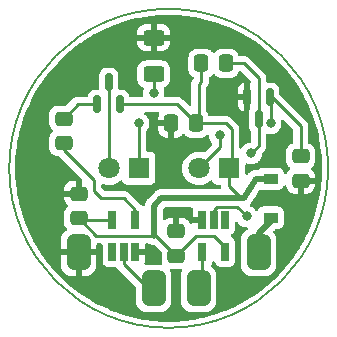
<source format=gtl>
G04 #@! TF.GenerationSoftware,KiCad,Pcbnew,6.0.8-f2edbf62ab~116~ubuntu20.04.1*
G04 #@! TF.CreationDate,2022-10-20T17:58:05+02:00*
G04 #@! TF.ProjectId,IR-Lese-Schreibkopf,49522d4c-6573-4652-9d53-636872656962,rev?*
G04 #@! TF.SameCoordinates,Original*
G04 #@! TF.FileFunction,Copper,L1,Top*
G04 #@! TF.FilePolarity,Positive*
%FSLAX46Y46*%
G04 Gerber Fmt 4.6, Leading zero omitted, Abs format (unit mm)*
G04 Created by KiCad (PCBNEW 6.0.8-f2edbf62ab~116~ubuntu20.04.1) date 2022-10-20 17:58:05*
%MOMM*%
%LPD*%
G01*
G04 APERTURE LIST*
G04 Aperture macros list*
%AMRoundRect*
0 Rectangle with rounded corners*
0 $1 Rounding radius*
0 $2 $3 $4 $5 $6 $7 $8 $9 X,Y pos of 4 corners*
0 Add a 4 corners polygon primitive as box body*
4,1,4,$2,$3,$4,$5,$6,$7,$8,$9,$2,$3,0*
0 Add four circle primitives for the rounded corners*
1,1,$1+$1,$2,$3*
1,1,$1+$1,$4,$5*
1,1,$1+$1,$6,$7*
1,1,$1+$1,$8,$9*
0 Add four rect primitives between the rounded corners*
20,1,$1+$1,$2,$3,$4,$5,0*
20,1,$1+$1,$4,$5,$6,$7,0*
20,1,$1+$1,$6,$7,$8,$9,0*
20,1,$1+$1,$8,$9,$2,$3,0*%
G04 Aperture macros list end*
G04 #@! TA.AperFunction,Profile*
%ADD10C,0.200000*%
G04 #@! TD*
G04 #@! TA.AperFunction,SMDPad,CuDef*
%ADD11RoundRect,0.150000X-0.150000X0.587500X-0.150000X-0.587500X0.150000X-0.587500X0.150000X0.587500X0*%
G04 #@! TD*
G04 #@! TA.AperFunction,SMDPad,CuDef*
%ADD12RoundRect,0.500000X-0.500000X-1.000000X0.500000X-1.000000X0.500000X1.000000X-0.500000X1.000000X0*%
G04 #@! TD*
G04 #@! TA.AperFunction,SMDPad,CuDef*
%ADD13R,1.200000X0.900000*%
G04 #@! TD*
G04 #@! TA.AperFunction,SMDPad,CuDef*
%ADD14RoundRect,0.250000X-0.475000X0.337500X-0.475000X-0.337500X0.475000X-0.337500X0.475000X0.337500X0*%
G04 #@! TD*
G04 #@! TA.AperFunction,SMDPad,CuDef*
%ADD15RoundRect,0.500000X0.500000X1.000000X-0.500000X1.000000X-0.500000X-1.000000X0.500000X-1.000000X0*%
G04 #@! TD*
G04 #@! TA.AperFunction,SMDPad,CuDef*
%ADD16RoundRect,0.250000X0.337500X0.475000X-0.337500X0.475000X-0.337500X-0.475000X0.337500X-0.475000X0*%
G04 #@! TD*
G04 #@! TA.AperFunction,SMDPad,CuDef*
%ADD17RoundRect,0.250000X0.475000X-0.337500X0.475000X0.337500X-0.475000X0.337500X-0.475000X-0.337500X0*%
G04 #@! TD*
G04 #@! TA.AperFunction,SMDPad,CuDef*
%ADD18R,0.650000X1.560000*%
G04 #@! TD*
G04 #@! TA.AperFunction,SMDPad,CuDef*
%ADD19RoundRect,0.250000X0.625000X-0.400000X0.625000X0.400000X-0.625000X0.400000X-0.625000X-0.400000X0*%
G04 #@! TD*
G04 #@! TA.AperFunction,SMDPad,CuDef*
%ADD20RoundRect,0.250000X-0.337500X-0.475000X0.337500X-0.475000X0.337500X0.475000X-0.337500X0.475000X0*%
G04 #@! TD*
G04 #@! TA.AperFunction,SMDPad,CuDef*
%ADD21RoundRect,0.150000X0.150000X-0.587500X0.150000X0.587500X-0.150000X0.587500X-0.150000X-0.587500X0*%
G04 #@! TD*
G04 #@! TA.AperFunction,ComponentPad*
%ADD22R,1.800000X1.800000*%
G04 #@! TD*
G04 #@! TA.AperFunction,ComponentPad*
%ADD23C,1.800000*%
G04 #@! TD*
G04 #@! TA.AperFunction,ViaPad*
%ADD24C,0.800000*%
G04 #@! TD*
G04 #@! TA.AperFunction,Conductor*
%ADD25C,0.250000*%
G04 #@! TD*
G04 #@! TA.AperFunction,Conductor*
%ADD26C,0.500000*%
G04 #@! TD*
G04 APERTURE END LIST*
D10*
X150660000Y-99060000D02*
G75*
G03*
X150660000Y-99060000I-13500000J0D01*
G01*
D11*
X145730000Y-93042500D03*
X143830000Y-93042500D03*
X144780000Y-94917500D03*
D12*
X139700000Y-109220000D03*
D13*
X145796000Y-99950000D03*
X145796000Y-103250000D03*
D14*
X148336000Y-98022500D03*
X148336000Y-100097500D03*
D15*
X144780000Y-106172000D03*
D16*
X139467500Y-95250000D03*
X137392500Y-95250000D03*
D12*
X135890000Y-109220000D03*
D17*
X137795000Y-106447500D03*
X137795000Y-104372500D03*
X129540000Y-103272500D03*
X129540000Y-101197500D03*
D14*
X128270000Y-94847500D03*
X128270000Y-96922500D03*
D18*
X141920000Y-103425000D03*
X140970000Y-103425000D03*
X140020000Y-103425000D03*
X140020000Y-106125000D03*
X141920000Y-106125000D03*
X132400000Y-106125000D03*
X133350000Y-106125000D03*
X134300000Y-106125000D03*
X134300000Y-103425000D03*
X132400000Y-103425000D03*
D12*
X129540000Y-106172000D03*
D19*
X135890000Y-91085000D03*
X135890000Y-87985000D03*
D20*
X139932500Y-90170000D03*
X142007500Y-90170000D03*
D21*
X131130000Y-93647500D03*
X133030000Y-93647500D03*
X132080000Y-91772500D03*
D22*
X134620000Y-99060000D03*
D23*
X132080000Y-99060000D03*
D22*
X142240000Y-99060000D03*
D23*
X139700000Y-99060000D03*
D24*
X135890000Y-92710000D03*
X134620000Y-95250000D03*
X141478000Y-96266000D03*
X145796000Y-95250000D03*
X143764000Y-103124000D03*
X144145000Y-97790000D03*
X145415000Y-90170000D03*
X141732000Y-94234000D03*
X133350000Y-87630000D03*
X132080000Y-89535000D03*
X137160000Y-102870000D03*
X127635000Y-101854000D03*
X132715000Y-109855000D03*
X148590000Y-102870000D03*
X129032000Y-91186000D03*
X141986000Y-109474000D03*
X128016000Y-92202000D03*
X131318000Y-108966000D03*
X139065000Y-87630000D03*
X127635000Y-99695000D03*
X146050000Y-97155000D03*
X147320000Y-105410000D03*
X141732000Y-92710000D03*
X143510000Y-108966000D03*
X137160000Y-97155000D03*
X137160000Y-99695000D03*
X138430000Y-102870000D03*
X135890000Y-106426000D03*
D25*
X135890000Y-91085000D02*
X135890000Y-92710000D01*
X134620000Y-95250000D02*
X134620000Y-99060000D01*
X132080000Y-91772500D02*
X132080000Y-99060000D01*
X141986000Y-95250000D02*
X139467500Y-95250000D01*
D26*
X144525000Y-99950000D02*
X145415000Y-99950000D01*
X135890000Y-104140000D02*
X135890000Y-102235000D01*
D25*
X139467500Y-104775000D02*
X137795000Y-106447500D01*
X136122500Y-104775000D02*
X135890000Y-104775000D01*
X142494000Y-95758000D02*
X141986000Y-95250000D01*
X143256000Y-101600000D02*
X142240000Y-100584000D01*
X129692500Y-103425000D02*
X132400000Y-103425000D01*
X142240000Y-99060000D02*
X142494000Y-98806000D01*
X133030000Y-93647500D02*
X137865000Y-93647500D01*
X139700000Y-95482500D02*
X139467500Y-95250000D01*
X141920000Y-105725000D02*
X140970000Y-104775000D01*
X131042500Y-104775000D02*
X129540000Y-103272500D01*
X140970000Y-104775000D02*
X139467500Y-104775000D01*
X139932500Y-90170000D02*
X139932500Y-91715500D01*
D26*
X143510000Y-101600000D02*
X144525000Y-99950000D01*
D25*
X139700000Y-91948000D02*
X139700000Y-95504000D01*
X141920000Y-106125000D02*
X141920000Y-105725000D01*
X142240000Y-100584000D02*
X142240000Y-99060000D01*
D26*
X140335000Y-101600000D02*
X143256000Y-101600000D01*
D25*
X142494000Y-98806000D02*
X142494000Y-95758000D01*
X139932500Y-91715500D02*
X139700000Y-91948000D01*
D26*
X135890000Y-104775000D02*
X135890000Y-104140000D01*
X143256000Y-101600000D02*
X143510000Y-101600000D01*
X135890000Y-102235000D02*
X136525000Y-101600000D01*
X136525000Y-101600000D02*
X140335000Y-101600000D01*
D25*
X137795000Y-106447500D02*
X136122500Y-104775000D01*
X135890000Y-104775000D02*
X131042500Y-104775000D01*
X137865000Y-93647500D02*
X139467500Y-95250000D01*
X140020000Y-108900000D02*
X140020000Y-106125000D01*
X139700000Y-109220000D02*
X140020000Y-108900000D01*
X135382000Y-109220000D02*
X133350000Y-107188000D01*
X133350000Y-107188000D02*
X133350000Y-106125000D01*
X135890000Y-109220000D02*
X135382000Y-109220000D01*
X145796000Y-93108500D02*
X145730000Y-93042500D01*
X148336000Y-95504000D02*
X148336000Y-98022500D01*
X145730000Y-93042500D02*
X145874500Y-93042500D01*
X141478000Y-96266000D02*
X141478000Y-97282000D01*
X145874500Y-93042500D02*
X148336000Y-95504000D01*
X145796000Y-95250000D02*
X145796000Y-93108500D01*
X141478000Y-97282000D02*
X139700000Y-99060000D01*
X129470000Y-93647500D02*
X128270000Y-94847500D01*
X131130000Y-93647500D02*
X129470000Y-93647500D01*
X144145000Y-97790000D02*
X144780000Y-97155000D01*
X142532500Y-90170000D02*
X143510000Y-90170000D01*
X143764000Y-103124000D02*
X142960000Y-102320000D01*
X143510000Y-90170000D02*
X144780000Y-91440000D01*
X142960000Y-102320000D02*
X141270000Y-102320000D01*
X144780000Y-91440000D02*
X144780000Y-94917500D01*
X144780000Y-97155000D02*
X144780000Y-94917500D01*
X140970000Y-102620000D02*
X140970000Y-103425000D01*
X141270000Y-102320000D02*
X140970000Y-102620000D01*
X133350000Y-101600000D02*
X131445000Y-101600000D01*
X130810000Y-100965000D02*
X130810000Y-100076000D01*
X134300000Y-103425000D02*
X134300000Y-102550000D01*
X128270000Y-97536000D02*
X128270000Y-96922500D01*
X134300000Y-102550000D02*
X133350000Y-101600000D01*
X130810000Y-100076000D02*
X128270000Y-97536000D01*
X131445000Y-101600000D02*
X130810000Y-100965000D01*
X135589000Y-106125000D02*
X135890000Y-106426000D01*
X134300000Y-106125000D02*
X135589000Y-106125000D01*
D26*
X144780000Y-104520000D02*
X146050000Y-103250000D01*
X144780000Y-106680000D02*
X144780000Y-104520000D01*
G04 #@! TA.AperFunction,Conductor*
G36*
X137186076Y-86068618D02*
G01*
X137881809Y-86088659D01*
X137888608Y-86089040D01*
X138074665Y-86104500D01*
X138582216Y-86146674D01*
X138588991Y-86147422D01*
X139278466Y-86242482D01*
X139285191Y-86243595D01*
X139847127Y-86352314D01*
X139925761Y-86367528D01*
X139968521Y-86375801D01*
X139975173Y-86377275D01*
X140650379Y-86546250D01*
X140656916Y-86548075D01*
X141071760Y-86676094D01*
X141321993Y-86753315D01*
X141328450Y-86755501D01*
X141515211Y-86824400D01*
X141981440Y-86996401D01*
X141987729Y-86998916D01*
X142235297Y-87105792D01*
X142626763Y-87274790D01*
X142632945Y-87277660D01*
X143256082Y-87587665D01*
X143262101Y-87590865D01*
X143867575Y-87934124D01*
X143873412Y-87937645D01*
X144459450Y-88313153D01*
X144465087Y-88316985D01*
X145029916Y-88723604D01*
X145035339Y-88727734D01*
X145381716Y-89006725D01*
X145560817Y-89150983D01*
X145577396Y-89164337D01*
X145582580Y-89168749D01*
X146098866Y-89632801D01*
X146100226Y-89634023D01*
X146105166Y-89638711D01*
X146352046Y-89886022D01*
X146596884Y-90131288D01*
X146601568Y-90136241D01*
X146802928Y-90361054D01*
X147039656Y-90625355D01*
X147065932Y-90654692D01*
X147070340Y-90659891D01*
X147505982Y-91202690D01*
X147510092Y-91208104D01*
X147814148Y-91632021D01*
X147915767Y-91773700D01*
X147919588Y-91779345D01*
X148294048Y-92365999D01*
X148297559Y-92371841D01*
X148639761Y-92977915D01*
X148642950Y-92983939D01*
X148951879Y-93607637D01*
X148954736Y-93613818D01*
X149041657Y-93816132D01*
X149229484Y-94253312D01*
X149232004Y-94259646D01*
X149319686Y-94498601D01*
X149461371Y-94884729D01*
X149471759Y-94913040D01*
X149473931Y-94919493D01*
X149639761Y-95460211D01*
X149678004Y-95584909D01*
X149679823Y-95591467D01*
X149847620Y-96266975D01*
X149849075Y-96273592D01*
X149919931Y-96643279D01*
X149980096Y-96957186D01*
X149981197Y-96963913D01*
X149998475Y-97090866D01*
X150074971Y-97652945D01*
X150075053Y-97653550D01*
X150075787Y-97660309D01*
X150106155Y-98033671D01*
X150132212Y-98354030D01*
X150132581Y-98360837D01*
X150151448Y-99058087D01*
X150151493Y-99061935D01*
X150151190Y-99148767D01*
X150151118Y-99152597D01*
X150139914Y-99481685D01*
X150127384Y-99849702D01*
X150126968Y-99856506D01*
X150065701Y-100549820D01*
X150064917Y-100556591D01*
X150036348Y-100756081D01*
X149966393Y-101244563D01*
X149966252Y-101245546D01*
X149965106Y-101252252D01*
X149839467Y-101883882D01*
X149829319Y-101934900D01*
X149827813Y-101941531D01*
X149655305Y-102615847D01*
X149653437Y-102622402D01*
X149444728Y-103286363D01*
X149442509Y-103292808D01*
X149306646Y-103655226D01*
X149198776Y-103942974D01*
X149198198Y-103944515D01*
X149195637Y-103950822D01*
X148925244Y-104568261D01*
X148916422Y-104588405D01*
X148913524Y-104594561D01*
X148600262Y-105216062D01*
X148597034Y-105222059D01*
X148314098Y-105715095D01*
X148250597Y-105825749D01*
X148247049Y-105831561D01*
X147892217Y-106379000D01*
X147868491Y-106415604D01*
X147864635Y-106421215D01*
X147737769Y-106595510D01*
X147455040Y-106983940D01*
X147450881Y-106989340D01*
X147011457Y-107529088D01*
X147007012Y-107534256D01*
X146539040Y-108049453D01*
X146534323Y-108054373D01*
X146408400Y-108178767D01*
X146039163Y-108543520D01*
X146034207Y-108548158D01*
X145656612Y-108882813D01*
X145513327Y-109009804D01*
X145508106Y-109014185D01*
X144963032Y-109446980D01*
X144957581Y-109451073D01*
X144389890Y-109853766D01*
X144384230Y-109857555D01*
X143906693Y-110158858D01*
X143795601Y-110228952D01*
X143789742Y-110232431D01*
X143181872Y-110571462D01*
X143175873Y-110574598D01*
X142585414Y-110863223D01*
X142550552Y-110880264D01*
X142544356Y-110883088D01*
X141995582Y-111115464D01*
X141903431Y-111154485D01*
X141897087Y-111156971D01*
X141362732Y-111349877D01*
X141242438Y-111393304D01*
X141235967Y-111395444D01*
X140569492Y-111596030D01*
X140562914Y-111597817D01*
X140124486Y-111704289D01*
X139886566Y-111762068D01*
X139879921Y-111763493D01*
X139310364Y-111869568D01*
X139195663Y-111890930D01*
X139188930Y-111891996D01*
X138498816Y-111982239D01*
X138492036Y-111982940D01*
X137798032Y-112035731D01*
X137791224Y-112036064D01*
X137381749Y-112044999D01*
X137095371Y-112051248D01*
X137088573Y-112051212D01*
X136693605Y-112038455D01*
X136392933Y-112028743D01*
X136386129Y-112028339D01*
X136096256Y-112003234D01*
X135692700Y-111968282D01*
X135685950Y-111967512D01*
X135400338Y-111927118D01*
X134996814Y-111870047D01*
X134990093Y-111868911D01*
X134307203Y-111734314D01*
X134300554Y-111732815D01*
X133625976Y-111561494D01*
X133619417Y-111559638D01*
X133093865Y-111395444D01*
X132955068Y-111352081D01*
X132948645Y-111349881D01*
X132296500Y-111106703D01*
X132290180Y-111104150D01*
X132066144Y-111006504D01*
X131652129Y-110826055D01*
X131645960Y-110823165D01*
X131023893Y-110510978D01*
X131017906Y-110507767D01*
X130413634Y-110162398D01*
X130407811Y-110158858D01*
X129823093Y-109781310D01*
X129817469Y-109777459D01*
X129254033Y-109368849D01*
X129248625Y-109364699D01*
X128895828Y-109078500D01*
X128708093Y-108926203D01*
X128702950Y-108921794D01*
X128186931Y-108454718D01*
X128182004Y-108450010D01*
X127692012Y-107955723D01*
X127687345Y-107950754D01*
X127224784Y-107430673D01*
X127220394Y-107425459D01*
X127093870Y-107266681D01*
X128032000Y-107266681D01*
X128032077Y-107269733D01*
X128033233Y-107278945D01*
X128070162Y-107462091D01*
X128073752Y-107473833D01*
X128144978Y-107644943D01*
X128150778Y-107655759D01*
X128253885Y-107809779D01*
X128261678Y-107819266D01*
X128392734Y-107950322D01*
X128402221Y-107958115D01*
X128556241Y-108061222D01*
X128567057Y-108067022D01*
X128738167Y-108138248D01*
X128749909Y-108141838D01*
X128933055Y-108178767D01*
X128942267Y-108179923D01*
X128945319Y-108180000D01*
X129267885Y-108180000D01*
X129283124Y-108175525D01*
X129284329Y-108174135D01*
X129286000Y-108166452D01*
X129286000Y-108161885D01*
X129794000Y-108161885D01*
X129798475Y-108177124D01*
X129799865Y-108178329D01*
X129807548Y-108180000D01*
X130134681Y-108180000D01*
X130137733Y-108179923D01*
X130146945Y-108178767D01*
X130330091Y-108141838D01*
X130341833Y-108138248D01*
X130512943Y-108067022D01*
X130523759Y-108061222D01*
X130677779Y-107958115D01*
X130687266Y-107950322D01*
X130818322Y-107819266D01*
X130826115Y-107809779D01*
X130929222Y-107655759D01*
X130935022Y-107644943D01*
X131006248Y-107473833D01*
X131009838Y-107462091D01*
X131046767Y-107278945D01*
X131047923Y-107269733D01*
X131048000Y-107266681D01*
X131048000Y-106444115D01*
X131043525Y-106428876D01*
X131042135Y-106427671D01*
X131034452Y-106426000D01*
X129812115Y-106426000D01*
X129796876Y-106430475D01*
X129795671Y-106431865D01*
X129794000Y-106439548D01*
X129794000Y-108161885D01*
X129286000Y-108161885D01*
X129286000Y-106444115D01*
X129281525Y-106428876D01*
X129280135Y-106427671D01*
X129272452Y-106426000D01*
X128050115Y-106426000D01*
X128034876Y-106430475D01*
X128033671Y-106431865D01*
X128032000Y-106439548D01*
X128032000Y-107266681D01*
X127093870Y-107266681D01*
X126786649Y-106881142D01*
X126782547Y-106875698D01*
X126441805Y-106397115D01*
X126378869Y-106308719D01*
X126375070Y-106303065D01*
X126002653Y-105715095D01*
X125999162Y-105709240D01*
X125703904Y-105182018D01*
X125659069Y-105101959D01*
X125655903Y-105095928D01*
X125653537Y-105091109D01*
X125349159Y-104471168D01*
X125346326Y-104464980D01*
X125340678Y-104451705D01*
X125222934Y-104174989D01*
X125073814Y-103824535D01*
X125071316Y-103818193D01*
X124833837Y-103163949D01*
X124831686Y-103157481D01*
X124629942Y-102491375D01*
X124628143Y-102484800D01*
X124509145Y-101998495D01*
X124462713Y-101808744D01*
X124461273Y-101802087D01*
X124445962Y-101720663D01*
X124357881Y-101252265D01*
X124332644Y-101118060D01*
X124331566Y-101111329D01*
X124306921Y-100925385D01*
X128307000Y-100925385D01*
X128311475Y-100940624D01*
X128312865Y-100941829D01*
X128320548Y-100943500D01*
X129267885Y-100943500D01*
X129283124Y-100939025D01*
X129284329Y-100937635D01*
X129286000Y-100929952D01*
X129286000Y-100120116D01*
X129281525Y-100104877D01*
X129280135Y-100103672D01*
X129272452Y-100102001D01*
X129017905Y-100102001D01*
X129011386Y-100102338D01*
X128915794Y-100112257D01*
X128902400Y-100115149D01*
X128748216Y-100166588D01*
X128735038Y-100172761D01*
X128597193Y-100258063D01*
X128585792Y-100267099D01*
X128471261Y-100381829D01*
X128462249Y-100393240D01*
X128377184Y-100531243D01*
X128371037Y-100544424D01*
X128319862Y-100698710D01*
X128316995Y-100712086D01*
X128307328Y-100806438D01*
X128307000Y-100812855D01*
X128307000Y-100925385D01*
X124306921Y-100925385D01*
X124240116Y-100421353D01*
X124239404Y-100414574D01*
X124185402Y-99720680D01*
X124185057Y-99713873D01*
X124175144Y-99293240D01*
X124168659Y-99018047D01*
X124168683Y-99011240D01*
X124170454Y-98953296D01*
X124183609Y-98522704D01*
X124189938Y-98315572D01*
X124190330Y-98308767D01*
X124249176Y-97615245D01*
X124249936Y-97608471D01*
X124261820Y-97523371D01*
X124291562Y-97310400D01*
X127036500Y-97310400D01*
X127036837Y-97313646D01*
X127036837Y-97313650D01*
X127044817Y-97390554D01*
X127047474Y-97416166D01*
X127049655Y-97422702D01*
X127049655Y-97422704D01*
X127085559Y-97530321D01*
X127103450Y-97583946D01*
X127196522Y-97734348D01*
X127321697Y-97859305D01*
X127327927Y-97863145D01*
X127327928Y-97863146D01*
X127422925Y-97921703D01*
X127472262Y-97952115D01*
X127536329Y-97973365D01*
X127633611Y-98005632D01*
X127633613Y-98005632D01*
X127640139Y-98007797D01*
X127646975Y-98008497D01*
X127646978Y-98008498D01*
X127690031Y-98012909D01*
X127744600Y-98018500D01*
X127804406Y-98018500D01*
X127872527Y-98038502D01*
X127893501Y-98055405D01*
X129782491Y-99944395D01*
X129816517Y-100006707D01*
X129811452Y-100077522D01*
X129796958Y-100101950D01*
X129794000Y-100115548D01*
X129794000Y-101325500D01*
X129773998Y-101393621D01*
X129720342Y-101440114D01*
X129668000Y-101451500D01*
X128325116Y-101451500D01*
X128309877Y-101455975D01*
X128308672Y-101457365D01*
X128307001Y-101465048D01*
X128307001Y-101582095D01*
X128307338Y-101588614D01*
X128317257Y-101684206D01*
X128320149Y-101697600D01*
X128371588Y-101851784D01*
X128377761Y-101864962D01*
X128463063Y-102002807D01*
X128472099Y-102014208D01*
X128586828Y-102128738D01*
X128595762Y-102135794D01*
X128636823Y-102193712D01*
X128640053Y-102264635D01*
X128604426Y-102326046D01*
X128596593Y-102332846D01*
X128590652Y-102336522D01*
X128465695Y-102461697D01*
X128461855Y-102467927D01*
X128461854Y-102467928D01*
X128391448Y-102582148D01*
X128372885Y-102612262D01*
X128317203Y-102780139D01*
X128306500Y-102884600D01*
X128306500Y-103660400D01*
X128306837Y-103663646D01*
X128306837Y-103663650D01*
X128315956Y-103751531D01*
X128317474Y-103766166D01*
X128319655Y-103772702D01*
X128319655Y-103772704D01*
X128335902Y-103821401D01*
X128373450Y-103933946D01*
X128466522Y-104084348D01*
X128471704Y-104089521D01*
X128471708Y-104089526D01*
X128512863Y-104130610D01*
X128546942Y-104192892D01*
X128541939Y-104263712D01*
X128493938Y-104324486D01*
X128402221Y-104385885D01*
X128392734Y-104393678D01*
X128261678Y-104524734D01*
X128253885Y-104534221D01*
X128150778Y-104688241D01*
X128144978Y-104699057D01*
X128073752Y-104870167D01*
X128070162Y-104881909D01*
X128033233Y-105065055D01*
X128032077Y-105074267D01*
X128032000Y-105077319D01*
X128032000Y-105899885D01*
X128036475Y-105915124D01*
X128037865Y-105916329D01*
X128045548Y-105918000D01*
X131029885Y-105918000D01*
X131045124Y-105913525D01*
X131046329Y-105912135D01*
X131048000Y-105904452D01*
X131048000Y-105534500D01*
X131068002Y-105466379D01*
X131121658Y-105419886D01*
X131174000Y-105408500D01*
X131440500Y-105408500D01*
X131508621Y-105428502D01*
X131555114Y-105482158D01*
X131566500Y-105534500D01*
X131566500Y-106953134D01*
X131573255Y-107015316D01*
X131624385Y-107151705D01*
X131711739Y-107268261D01*
X131828295Y-107355615D01*
X131964684Y-107406745D01*
X132026866Y-107413500D01*
X132672307Y-107413500D01*
X132740428Y-107433502D01*
X132780974Y-107482807D01*
X132783713Y-107481301D01*
X132787527Y-107488240D01*
X132790448Y-107495617D01*
X132795110Y-107502033D01*
X132795110Y-107502034D01*
X132816436Y-107531387D01*
X132822952Y-107541307D01*
X132841350Y-107572415D01*
X132845458Y-107579362D01*
X132859779Y-107593683D01*
X132872619Y-107608716D01*
X132884528Y-107625107D01*
X132915674Y-107650873D01*
X132918605Y-107653298D01*
X132927384Y-107661288D01*
X134344595Y-109078500D01*
X134378621Y-109140812D01*
X134381500Y-109167595D01*
X134381500Y-110316328D01*
X134381808Y-110322408D01*
X134382733Y-110326995D01*
X134382733Y-110326996D01*
X134419182Y-110507762D01*
X134420900Y-110516284D01*
X134496905Y-110698873D01*
X134500332Y-110703992D01*
X134500334Y-110703996D01*
X134603496Y-110858099D01*
X134603500Y-110858104D01*
X134606927Y-110863223D01*
X134746777Y-111003073D01*
X134751896Y-111006500D01*
X134751901Y-111006504D01*
X134906004Y-111109666D01*
X134906008Y-111109668D01*
X134911127Y-111113095D01*
X135093716Y-111189100D01*
X135099752Y-111190317D01*
X135099755Y-111190318D01*
X135283004Y-111227267D01*
X135287592Y-111228192D01*
X135293672Y-111228500D01*
X136486328Y-111228500D01*
X136492408Y-111228192D01*
X136496996Y-111227267D01*
X136680245Y-111190318D01*
X136680248Y-111190317D01*
X136686284Y-111189100D01*
X136868873Y-111113095D01*
X136873992Y-111109668D01*
X136873996Y-111109666D01*
X137028099Y-111006504D01*
X137028104Y-111006500D01*
X137033223Y-111003073D01*
X137173073Y-110863223D01*
X137176500Y-110858104D01*
X137176504Y-110858099D01*
X137279666Y-110703996D01*
X137279668Y-110703992D01*
X137283095Y-110698873D01*
X137359100Y-110516284D01*
X137360819Y-110507762D01*
X137397267Y-110326996D01*
X137397267Y-110326995D01*
X137398192Y-110322408D01*
X137398500Y-110316328D01*
X137398500Y-108123672D01*
X137398192Y-108117592D01*
X137397267Y-108113004D01*
X137360318Y-107929755D01*
X137360317Y-107929752D01*
X137359100Y-107923716D01*
X137283095Y-107741127D01*
X137279666Y-107736004D01*
X137276755Y-107730576D01*
X137278879Y-107729437D01*
X137260794Y-107671863D01*
X137279515Y-107603379D01*
X137332289Y-107555888D01*
X137386772Y-107543500D01*
X138203228Y-107543500D01*
X138271349Y-107563502D01*
X138317842Y-107617158D01*
X138327946Y-107687432D01*
X138311708Y-107729752D01*
X138313245Y-107730576D01*
X138310334Y-107736004D01*
X138306905Y-107741127D01*
X138230900Y-107923716D01*
X138229683Y-107929752D01*
X138229682Y-107929755D01*
X138192733Y-108113004D01*
X138191808Y-108117592D01*
X138191500Y-108123672D01*
X138191500Y-110316328D01*
X138191808Y-110322408D01*
X138192733Y-110326995D01*
X138192733Y-110326996D01*
X138229182Y-110507762D01*
X138230900Y-110516284D01*
X138306905Y-110698873D01*
X138310332Y-110703992D01*
X138310334Y-110703996D01*
X138413496Y-110858099D01*
X138413500Y-110858104D01*
X138416927Y-110863223D01*
X138556777Y-111003073D01*
X138561896Y-111006500D01*
X138561901Y-111006504D01*
X138716004Y-111109666D01*
X138716008Y-111109668D01*
X138721127Y-111113095D01*
X138903716Y-111189100D01*
X138909752Y-111190317D01*
X138909755Y-111190318D01*
X139093004Y-111227267D01*
X139097592Y-111228192D01*
X139103672Y-111228500D01*
X140296328Y-111228500D01*
X140302408Y-111228192D01*
X140306996Y-111227267D01*
X140490245Y-111190318D01*
X140490248Y-111190317D01*
X140496284Y-111189100D01*
X140678873Y-111113095D01*
X140683992Y-111109668D01*
X140683996Y-111109666D01*
X140838099Y-111006504D01*
X140838104Y-111006500D01*
X140843223Y-111003073D01*
X140983073Y-110863223D01*
X140986500Y-110858104D01*
X140986504Y-110858099D01*
X141089666Y-110703996D01*
X141089668Y-110703992D01*
X141093095Y-110698873D01*
X141169100Y-110516284D01*
X141170819Y-110507762D01*
X141207267Y-110326996D01*
X141207267Y-110326995D01*
X141208192Y-110322408D01*
X141208500Y-110316328D01*
X141208500Y-108123672D01*
X141208192Y-108117592D01*
X141207267Y-108113004D01*
X141170318Y-107929755D01*
X141170317Y-107929752D01*
X141169100Y-107923716D01*
X141093095Y-107741127D01*
X141089668Y-107736008D01*
X141089666Y-107736004D01*
X140986504Y-107581901D01*
X140986500Y-107581896D01*
X140983073Y-107576777D01*
X140843223Y-107436927D01*
X140798138Y-107406745D01*
X140779607Y-107394340D01*
X140734127Y-107339824D01*
X140725340Y-107269373D01*
X140748874Y-107214071D01*
X140790229Y-107158891D01*
X140795615Y-107151705D01*
X140846745Y-107015316D01*
X140847539Y-107008010D01*
X140882635Y-106946576D01*
X140945590Y-106913756D01*
X141016295Y-106920182D01*
X141072302Y-106963814D01*
X141092454Y-107007940D01*
X141093255Y-107015316D01*
X141144385Y-107151705D01*
X141231739Y-107268261D01*
X141348295Y-107355615D01*
X141484684Y-107406745D01*
X141546866Y-107413500D01*
X142293134Y-107413500D01*
X142355316Y-107406745D01*
X142491705Y-107355615D01*
X142608261Y-107268261D01*
X142695615Y-107151705D01*
X142746745Y-107015316D01*
X142753500Y-106953134D01*
X142753500Y-105296866D01*
X142746745Y-105234684D01*
X142695615Y-105098295D01*
X142608261Y-104981739D01*
X142491705Y-104894385D01*
X142483297Y-104891233D01*
X142475425Y-104886923D01*
X142476728Y-104884543D01*
X142431196Y-104850336D01*
X142406499Y-104783773D01*
X142421709Y-104714425D01*
X142471997Y-104664309D01*
X142479097Y-104661067D01*
X142483299Y-104658766D01*
X142491705Y-104655615D01*
X142608261Y-104568261D01*
X142695615Y-104451705D01*
X142746745Y-104315316D01*
X142753500Y-104253134D01*
X142753500Y-103661000D01*
X142773502Y-103592879D01*
X142827158Y-103546386D01*
X142897432Y-103536282D01*
X142962012Y-103565776D01*
X142988619Y-103598000D01*
X143021658Y-103655226D01*
X143021661Y-103655231D01*
X143024960Y-103660944D01*
X143029378Y-103665851D01*
X143029379Y-103665852D01*
X143091012Y-103734302D01*
X143152747Y-103802866D01*
X143307248Y-103915118D01*
X143313276Y-103917802D01*
X143313278Y-103917803D01*
X143380469Y-103947718D01*
X143481712Y-103992794D01*
X143542256Y-104005663D01*
X143662056Y-104031128D01*
X143662061Y-104031128D01*
X143668513Y-104032500D01*
X143762509Y-104032500D01*
X143830630Y-104052502D01*
X143877123Y-104106158D01*
X143887227Y-104176432D01*
X143857733Y-104241012D01*
X143810932Y-104274824D01*
X143801127Y-104278905D01*
X143796008Y-104282332D01*
X143796004Y-104282334D01*
X143641901Y-104385496D01*
X143641896Y-104385500D01*
X143636777Y-104388927D01*
X143496927Y-104528777D01*
X143493500Y-104533896D01*
X143493496Y-104533901D01*
X143390334Y-104688004D01*
X143390332Y-104688008D01*
X143386905Y-104693127D01*
X143310900Y-104875716D01*
X143309683Y-104881752D01*
X143309682Y-104881755D01*
X143290607Y-104976358D01*
X143271808Y-105069592D01*
X143271500Y-105075672D01*
X143271500Y-107268328D01*
X143271808Y-107274408D01*
X143272733Y-107278995D01*
X143272733Y-107278996D01*
X143303887Y-107433502D01*
X143310900Y-107468284D01*
X143386905Y-107650873D01*
X143390332Y-107655992D01*
X143390334Y-107655996D01*
X143493496Y-107810099D01*
X143493500Y-107810104D01*
X143496927Y-107815223D01*
X143636777Y-107955073D01*
X143641896Y-107958500D01*
X143641901Y-107958504D01*
X143796004Y-108061666D01*
X143796008Y-108061668D01*
X143801127Y-108065095D01*
X143983716Y-108141100D01*
X143989752Y-108142317D01*
X143989755Y-108142318D01*
X144173004Y-108179267D01*
X144177592Y-108180192D01*
X144183672Y-108180500D01*
X145376328Y-108180500D01*
X145382408Y-108180192D01*
X145386996Y-108179267D01*
X145570245Y-108142318D01*
X145570248Y-108142317D01*
X145576284Y-108141100D01*
X145758873Y-108065095D01*
X145763992Y-108061668D01*
X145763996Y-108061666D01*
X145918099Y-107958504D01*
X145918104Y-107958500D01*
X145923223Y-107955073D01*
X146063073Y-107815223D01*
X146066500Y-107810104D01*
X146066504Y-107810099D01*
X146169666Y-107655996D01*
X146169668Y-107655992D01*
X146173095Y-107650873D01*
X146249100Y-107468284D01*
X146256114Y-107433502D01*
X146287267Y-107278996D01*
X146287267Y-107278995D01*
X146288192Y-107274408D01*
X146288500Y-107268328D01*
X146288500Y-105075672D01*
X146288192Y-105069592D01*
X146269393Y-104976358D01*
X146250318Y-104881755D01*
X146250317Y-104881752D01*
X146249100Y-104875716D01*
X146173095Y-104693127D01*
X146169668Y-104688008D01*
X146169666Y-104688004D01*
X146066504Y-104533901D01*
X146066500Y-104533896D01*
X146063073Y-104528777D01*
X146042584Y-104508288D01*
X146008558Y-104445976D01*
X146013623Y-104375161D01*
X146042584Y-104330098D01*
X146127277Y-104245405D01*
X146189589Y-104211379D01*
X146216372Y-104208500D01*
X146444134Y-104208500D01*
X146506316Y-104201745D01*
X146642705Y-104150615D01*
X146759261Y-104063261D01*
X146846615Y-103946705D01*
X146897745Y-103810316D01*
X146904500Y-103748134D01*
X146904500Y-102751866D01*
X146897745Y-102689684D01*
X146846615Y-102553295D01*
X146759261Y-102436739D01*
X146642705Y-102349385D01*
X146506316Y-102298255D01*
X146444134Y-102291500D01*
X145147866Y-102291500D01*
X145085684Y-102298255D01*
X144949295Y-102349385D01*
X144832739Y-102436739D01*
X144745385Y-102553295D01*
X144742233Y-102561703D01*
X144735976Y-102578393D01*
X144693334Y-102635158D01*
X144626772Y-102659857D01*
X144557423Y-102644649D01*
X144508876Y-102597164D01*
X144503040Y-102587056D01*
X144472642Y-102553295D01*
X144379675Y-102450045D01*
X144379674Y-102450044D01*
X144375253Y-102445134D01*
X144250880Y-102354771D01*
X144226094Y-102336763D01*
X144226093Y-102336762D01*
X144220752Y-102332882D01*
X144214724Y-102330198D01*
X144214722Y-102330197D01*
X144132000Y-102293367D01*
X144077904Y-102247387D01*
X144057255Y-102179459D01*
X144076607Y-102111151D01*
X144094694Y-102088627D01*
X144102014Y-102081395D01*
X144106005Y-102077452D01*
X144112438Y-102068315D01*
X144112462Y-102068332D01*
X144115063Y-102064629D01*
X144116455Y-102062768D01*
X144121490Y-102057453D01*
X144153839Y-102001760D01*
X144160820Y-101989741D01*
X144162454Y-101987008D01*
X144522256Y-101402107D01*
X144823584Y-100912264D01*
X144876312Y-100864723D01*
X144946373Y-100853236D01*
X144975131Y-100860301D01*
X145085684Y-100901745D01*
X145147866Y-100908500D01*
X146444134Y-100908500D01*
X146506316Y-100901745D01*
X146642705Y-100850615D01*
X146759261Y-100763261D01*
X146846615Y-100646705D01*
X146866389Y-100593958D01*
X146873774Y-100574259D01*
X146916416Y-100517495D01*
X146982977Y-100492795D01*
X147052326Y-100508003D01*
X147102444Y-100558289D01*
X147114918Y-100591898D01*
X147116149Y-100597602D01*
X147167588Y-100751784D01*
X147173761Y-100764962D01*
X147259063Y-100902807D01*
X147268099Y-100914208D01*
X147382829Y-101028739D01*
X147394240Y-101037751D01*
X147532243Y-101122816D01*
X147545424Y-101128963D01*
X147699710Y-101180138D01*
X147713086Y-101183005D01*
X147807438Y-101192672D01*
X147813854Y-101193000D01*
X148063885Y-101193000D01*
X148079124Y-101188525D01*
X148080329Y-101187135D01*
X148082000Y-101179452D01*
X148082000Y-101174884D01*
X148590000Y-101174884D01*
X148594475Y-101190123D01*
X148595865Y-101191328D01*
X148603548Y-101192999D01*
X148858095Y-101192999D01*
X148864614Y-101192662D01*
X148960206Y-101182743D01*
X148973600Y-101179851D01*
X149127784Y-101128412D01*
X149140962Y-101122239D01*
X149278807Y-101036937D01*
X149290208Y-101027901D01*
X149404739Y-100913171D01*
X149413751Y-100901760D01*
X149498816Y-100763757D01*
X149504963Y-100750576D01*
X149556138Y-100596290D01*
X149559005Y-100582914D01*
X149568672Y-100488562D01*
X149569000Y-100482146D01*
X149569000Y-100369615D01*
X149564525Y-100354376D01*
X149563135Y-100353171D01*
X149555452Y-100351500D01*
X148608115Y-100351500D01*
X148592876Y-100355975D01*
X148591671Y-100357365D01*
X148590000Y-100365048D01*
X148590000Y-101174884D01*
X148082000Y-101174884D01*
X148082000Y-99969500D01*
X148102002Y-99901379D01*
X148155658Y-99854886D01*
X148208000Y-99843500D01*
X149550884Y-99843500D01*
X149566123Y-99839025D01*
X149567328Y-99837635D01*
X149568999Y-99829952D01*
X149568999Y-99712905D01*
X149568662Y-99706386D01*
X149558743Y-99610794D01*
X149555851Y-99597400D01*
X149504412Y-99443216D01*
X149498239Y-99430038D01*
X149412937Y-99292193D01*
X149403901Y-99280792D01*
X149289172Y-99166262D01*
X149280238Y-99159206D01*
X149239177Y-99101288D01*
X149235947Y-99030365D01*
X149271574Y-98968954D01*
X149279407Y-98962154D01*
X149285348Y-98958478D01*
X149410305Y-98833303D01*
X149433811Y-98795169D01*
X149499275Y-98688968D01*
X149499276Y-98688966D01*
X149503115Y-98682738D01*
X149558797Y-98514861D01*
X149569500Y-98410400D01*
X149569500Y-97634600D01*
X149566789Y-97608471D01*
X149559238Y-97535692D01*
X149559237Y-97535688D01*
X149558526Y-97528834D01*
X149550201Y-97503879D01*
X149504868Y-97368002D01*
X149502550Y-97361054D01*
X149409478Y-97210652D01*
X149284303Y-97085695D01*
X149143467Y-96998882D01*
X149139968Y-96996725D01*
X149139966Y-96996724D01*
X149133738Y-96992885D01*
X149076051Y-96973751D01*
X149055833Y-96967045D01*
X148997473Y-96926614D01*
X148970236Y-96861050D01*
X148969500Y-96847452D01*
X148969500Y-95582768D01*
X148970027Y-95571585D01*
X148971702Y-95564092D01*
X148969562Y-95496001D01*
X148969500Y-95492044D01*
X148969500Y-95464144D01*
X148968996Y-95460153D01*
X148968063Y-95448311D01*
X148967927Y-95443966D01*
X148966674Y-95404111D01*
X148961021Y-95384652D01*
X148957012Y-95365293D01*
X148956846Y-95363983D01*
X148954474Y-95345203D01*
X148951558Y-95337837D01*
X148951556Y-95337831D01*
X148938200Y-95304098D01*
X148934355Y-95292868D01*
X148924230Y-95258017D01*
X148924230Y-95258016D01*
X148922019Y-95250407D01*
X148915066Y-95238650D01*
X148911705Y-95232966D01*
X148903008Y-95215213D01*
X148898472Y-95203758D01*
X148895552Y-95196383D01*
X148869563Y-95160612D01*
X148863047Y-95150692D01*
X148840542Y-95112638D01*
X148826221Y-95098317D01*
X148813380Y-95083283D01*
X148806131Y-95073306D01*
X148801472Y-95066893D01*
X148767395Y-95038702D01*
X148758616Y-95030712D01*
X146575405Y-92847500D01*
X146541379Y-92785188D01*
X146538500Y-92758405D01*
X146538500Y-92388498D01*
X146537189Y-92371841D01*
X146536067Y-92357579D01*
X146536066Y-92357574D01*
X146535562Y-92351169D01*
X146493823Y-92207500D01*
X146491357Y-92199012D01*
X146491356Y-92199010D01*
X146489145Y-92191399D01*
X146467613Y-92154991D01*
X146408491Y-92055020D01*
X146408489Y-92055017D01*
X146404453Y-92048193D01*
X146286807Y-91930547D01*
X146279983Y-91926511D01*
X146279980Y-91926509D01*
X146172411Y-91862893D01*
X146143601Y-91845855D01*
X146135990Y-91843644D01*
X146135988Y-91843643D01*
X146083769Y-91828472D01*
X145983831Y-91799438D01*
X145977426Y-91798934D01*
X145977421Y-91798933D01*
X145948958Y-91796693D01*
X145948950Y-91796693D01*
X145946502Y-91796500D01*
X145539500Y-91796500D01*
X145471379Y-91776498D01*
X145424886Y-91722842D01*
X145413500Y-91670500D01*
X145413500Y-91518767D01*
X145414027Y-91507584D01*
X145415702Y-91500091D01*
X145413562Y-91432014D01*
X145413500Y-91428055D01*
X145413500Y-91400144D01*
X145412995Y-91396144D01*
X145412062Y-91384301D01*
X145410922Y-91348029D01*
X145410673Y-91340110D01*
X145405022Y-91320658D01*
X145401014Y-91301306D01*
X145399467Y-91289063D01*
X145398474Y-91281203D01*
X145395556Y-91273832D01*
X145382200Y-91240097D01*
X145378355Y-91228870D01*
X145372326Y-91208119D01*
X145366018Y-91186407D01*
X145361984Y-91179585D01*
X145361981Y-91179579D01*
X145355706Y-91168968D01*
X145347010Y-91151218D01*
X145342472Y-91139756D01*
X145342469Y-91139751D01*
X145339552Y-91132383D01*
X145324795Y-91112072D01*
X145313573Y-91096625D01*
X145307057Y-91086707D01*
X145288575Y-91055457D01*
X145284542Y-91048637D01*
X145270218Y-91034313D01*
X145257376Y-91019278D01*
X145245472Y-91002893D01*
X145211406Y-90974711D01*
X145202627Y-90966722D01*
X144013652Y-89777747D01*
X144006112Y-89769461D01*
X144002000Y-89762982D01*
X143952348Y-89716356D01*
X143949507Y-89713602D01*
X143929770Y-89693865D01*
X143926573Y-89691385D01*
X143917551Y-89683680D01*
X143885321Y-89653414D01*
X143878375Y-89649595D01*
X143878372Y-89649593D01*
X143867566Y-89643652D01*
X143851047Y-89632801D01*
X143850583Y-89632441D01*
X143835041Y-89620386D01*
X143827772Y-89617241D01*
X143827768Y-89617238D01*
X143794463Y-89602826D01*
X143783813Y-89597609D01*
X143745060Y-89576305D01*
X143725437Y-89571267D01*
X143706734Y-89564863D01*
X143695420Y-89559967D01*
X143695419Y-89559967D01*
X143688145Y-89556819D01*
X143680322Y-89555580D01*
X143680312Y-89555577D01*
X143644476Y-89549901D01*
X143632856Y-89547495D01*
X143597711Y-89538472D01*
X143597710Y-89538472D01*
X143590030Y-89536500D01*
X143569776Y-89536500D01*
X143550065Y-89534949D01*
X143541618Y-89533611D01*
X143530057Y-89531780D01*
X143522165Y-89532526D01*
X143486039Y-89535941D01*
X143474181Y-89536500D01*
X143182538Y-89536500D01*
X143114417Y-89516498D01*
X143067924Y-89462842D01*
X143063014Y-89450376D01*
X143038868Y-89378002D01*
X143036550Y-89371054D01*
X142943478Y-89220652D01*
X142818303Y-89095695D01*
X142781187Y-89072816D01*
X142673968Y-89006725D01*
X142673966Y-89006724D01*
X142667738Y-89002885D01*
X142507254Y-88949655D01*
X142506389Y-88949368D01*
X142506387Y-88949368D01*
X142499861Y-88947203D01*
X142493025Y-88946503D01*
X142493022Y-88946502D01*
X142449969Y-88942091D01*
X142395400Y-88936500D01*
X141619600Y-88936500D01*
X141616354Y-88936837D01*
X141616350Y-88936837D01*
X141520692Y-88946762D01*
X141520688Y-88946763D01*
X141513834Y-88947474D01*
X141507298Y-88949655D01*
X141507296Y-88949655D01*
X141395549Y-88986937D01*
X141346054Y-89003450D01*
X141195652Y-89096522D01*
X141070695Y-89221697D01*
X141068094Y-89225916D01*
X141010970Y-89266417D01*
X140940047Y-89269649D01*
X140878635Y-89234024D01*
X140872078Y-89226470D01*
X140868478Y-89220652D01*
X140743303Y-89095695D01*
X140706187Y-89072816D01*
X140598968Y-89006725D01*
X140598966Y-89006724D01*
X140592738Y-89002885D01*
X140432254Y-88949655D01*
X140431389Y-88949368D01*
X140431387Y-88949368D01*
X140424861Y-88947203D01*
X140418025Y-88946503D01*
X140418022Y-88946502D01*
X140374969Y-88942091D01*
X140320400Y-88936500D01*
X139544600Y-88936500D01*
X139541354Y-88936837D01*
X139541350Y-88936837D01*
X139445692Y-88946762D01*
X139445688Y-88946763D01*
X139438834Y-88947474D01*
X139432298Y-88949655D01*
X139432296Y-88949655D01*
X139320549Y-88986937D01*
X139271054Y-89003450D01*
X139120652Y-89096522D01*
X138995695Y-89221697D01*
X138902885Y-89372262D01*
X138900581Y-89379209D01*
X138849976Y-89531780D01*
X138847203Y-89540139D01*
X138836500Y-89644600D01*
X138836500Y-90695400D01*
X138836837Y-90698646D01*
X138836837Y-90698650D01*
X138845799Y-90785020D01*
X138847474Y-90801166D01*
X138903450Y-90968946D01*
X138996522Y-91119348D01*
X139121697Y-91244305D01*
X139127927Y-91248145D01*
X139127928Y-91248146D01*
X139224699Y-91307797D01*
X139272193Y-91360570D01*
X139283616Y-91430641D01*
X139255341Y-91495765D01*
X139250437Y-91501305D01*
X139246360Y-91505647D01*
X139243601Y-91508494D01*
X139223865Y-91528230D01*
X139221385Y-91531427D01*
X139213682Y-91540447D01*
X139183414Y-91572679D01*
X139179595Y-91579625D01*
X139179593Y-91579628D01*
X139173652Y-91590434D01*
X139162801Y-91606953D01*
X139150386Y-91622959D01*
X139147241Y-91630228D01*
X139147238Y-91630232D01*
X139132826Y-91663537D01*
X139127609Y-91674187D01*
X139106305Y-91712940D01*
X139104334Y-91720615D01*
X139104334Y-91720616D01*
X139101267Y-91732562D01*
X139094863Y-91751266D01*
X139086819Y-91769855D01*
X139085580Y-91777678D01*
X139085577Y-91777688D01*
X139079901Y-91813524D01*
X139077495Y-91825144D01*
X139072178Y-91845855D01*
X139066500Y-91867970D01*
X139066500Y-91888224D01*
X139064949Y-91907934D01*
X139061780Y-91927943D01*
X139062526Y-91935835D01*
X139065941Y-91971961D01*
X139066500Y-91983819D01*
X139066500Y-93648905D01*
X139046498Y-93717026D01*
X138992842Y-93763519D01*
X138922568Y-93773623D01*
X138857988Y-93744129D01*
X138851405Y-93738000D01*
X138368652Y-93255247D01*
X138361112Y-93246961D01*
X138357000Y-93240482D01*
X138307348Y-93193856D01*
X138304507Y-93191102D01*
X138284770Y-93171365D01*
X138281573Y-93168885D01*
X138272551Y-93161180D01*
X138259116Y-93148564D01*
X138240321Y-93130914D01*
X138233375Y-93127095D01*
X138233372Y-93127093D01*
X138222566Y-93121152D01*
X138206047Y-93110301D01*
X138205583Y-93109941D01*
X138190041Y-93097886D01*
X138182772Y-93094741D01*
X138182768Y-93094738D01*
X138149463Y-93080326D01*
X138138813Y-93075109D01*
X138100060Y-93053805D01*
X138080437Y-93048767D01*
X138061734Y-93042363D01*
X138050420Y-93037467D01*
X138050419Y-93037467D01*
X138043145Y-93034319D01*
X138035322Y-93033080D01*
X138035312Y-93033077D01*
X137999476Y-93027401D01*
X137987856Y-93024995D01*
X137952711Y-93015972D01*
X137952710Y-93015972D01*
X137945030Y-93014000D01*
X137924776Y-93014000D01*
X137905065Y-93012449D01*
X137892886Y-93010520D01*
X137885057Y-93009280D01*
X137855786Y-93012047D01*
X137841039Y-93013441D01*
X137829181Y-93014000D01*
X136911490Y-93014000D01*
X136843369Y-92993998D01*
X136796876Y-92940342D01*
X136786180Y-92874830D01*
X136802814Y-92716565D01*
X136803504Y-92710000D01*
X136785758Y-92541156D01*
X136784232Y-92526635D01*
X136784232Y-92526633D01*
X136783542Y-92520072D01*
X136738516Y-92381498D01*
X136726891Y-92345719D01*
X136724863Y-92274752D01*
X136761526Y-92213954D01*
X136806847Y-92187260D01*
X136831993Y-92178871D01*
X136832003Y-92178867D01*
X136838946Y-92176550D01*
X136989348Y-92083478D01*
X137114305Y-91958303D01*
X137133019Y-91927943D01*
X137203275Y-91813968D01*
X137203276Y-91813966D01*
X137207115Y-91807738D01*
X137247618Y-91685625D01*
X137260632Y-91646389D01*
X137260632Y-91646387D01*
X137262797Y-91639861D01*
X137263601Y-91632021D01*
X137269680Y-91572679D01*
X137273500Y-91535400D01*
X137273500Y-90634600D01*
X137267405Y-90575855D01*
X137263238Y-90535692D01*
X137263237Y-90535688D01*
X137262526Y-90528834D01*
X137206550Y-90361054D01*
X137113478Y-90210652D01*
X136988303Y-90085695D01*
X136982072Y-90081854D01*
X136843968Y-89996725D01*
X136843966Y-89996724D01*
X136837738Y-89992885D01*
X136677254Y-89939655D01*
X136676389Y-89939368D01*
X136676387Y-89939368D01*
X136669861Y-89937203D01*
X136663025Y-89936503D01*
X136663022Y-89936502D01*
X136619969Y-89932091D01*
X136565400Y-89926500D01*
X135214600Y-89926500D01*
X135211354Y-89926837D01*
X135211350Y-89926837D01*
X135115692Y-89936762D01*
X135115688Y-89936763D01*
X135108834Y-89937474D01*
X135102298Y-89939655D01*
X135102296Y-89939655D01*
X134970194Y-89983728D01*
X134941054Y-89993450D01*
X134790652Y-90086522D01*
X134665695Y-90211697D01*
X134661855Y-90217927D01*
X134661854Y-90217928D01*
X134647608Y-90241040D01*
X134572885Y-90362262D01*
X134517203Y-90530139D01*
X134506500Y-90634600D01*
X134506500Y-91535400D01*
X134506837Y-91538646D01*
X134506837Y-91538650D01*
X134516340Y-91630232D01*
X134517474Y-91641166D01*
X134519655Y-91647702D01*
X134519655Y-91647704D01*
X134532307Y-91685625D01*
X134573450Y-91808946D01*
X134666522Y-91959348D01*
X134791697Y-92084305D01*
X134797927Y-92088145D01*
X134797928Y-92088146D01*
X134935090Y-92172694D01*
X134942262Y-92177115D01*
X134949210Y-92179419D01*
X134949213Y-92179421D01*
X134972915Y-92187283D01*
X135031274Y-92227714D01*
X135058510Y-92293279D01*
X135053079Y-92345811D01*
X135041484Y-92381498D01*
X134996458Y-92520072D01*
X134995768Y-92526633D01*
X134995768Y-92526635D01*
X134994242Y-92541156D01*
X134976496Y-92710000D01*
X134977186Y-92716565D01*
X134993820Y-92874830D01*
X134981048Y-92944668D01*
X134932546Y-92996515D01*
X134868510Y-93014000D01*
X133946967Y-93014000D01*
X133878846Y-92993998D01*
X133832353Y-92940342D01*
X133825970Y-92923152D01*
X133791358Y-92804014D01*
X133791356Y-92804009D01*
X133789145Y-92796399D01*
X133730964Y-92698020D01*
X133708491Y-92660020D01*
X133708489Y-92660017D01*
X133704453Y-92653193D01*
X133586807Y-92535547D01*
X133579983Y-92531511D01*
X133579980Y-92531509D01*
X133450427Y-92454892D01*
X133450428Y-92454892D01*
X133443601Y-92450855D01*
X133435990Y-92448644D01*
X133435988Y-92448643D01*
X133383769Y-92433472D01*
X133283831Y-92404438D01*
X133277426Y-92403934D01*
X133277421Y-92403933D01*
X133248958Y-92401693D01*
X133248950Y-92401693D01*
X133246502Y-92401500D01*
X133014500Y-92401500D01*
X132946379Y-92381498D01*
X132899886Y-92327842D01*
X132888500Y-92275500D01*
X132888500Y-91118498D01*
X132888197Y-91114646D01*
X132886067Y-91087579D01*
X132886066Y-91087574D01*
X132885562Y-91081169D01*
X132850589Y-90960790D01*
X132841357Y-90929012D01*
X132841356Y-90929010D01*
X132839145Y-90921399D01*
X132769420Y-90803500D01*
X132758491Y-90785020D01*
X132758489Y-90785017D01*
X132754453Y-90778193D01*
X132636807Y-90660547D01*
X132629983Y-90656511D01*
X132629980Y-90656509D01*
X132500427Y-90579892D01*
X132500428Y-90579892D01*
X132493601Y-90575855D01*
X132485990Y-90573644D01*
X132485988Y-90573643D01*
X132433769Y-90558472D01*
X132333831Y-90529438D01*
X132327426Y-90528934D01*
X132327421Y-90528933D01*
X132298958Y-90526693D01*
X132298950Y-90526693D01*
X132296502Y-90526500D01*
X131863498Y-90526500D01*
X131861050Y-90526693D01*
X131861042Y-90526693D01*
X131832579Y-90528933D01*
X131832574Y-90528934D01*
X131826169Y-90529438D01*
X131726231Y-90558472D01*
X131674012Y-90573643D01*
X131674010Y-90573644D01*
X131666399Y-90575855D01*
X131659572Y-90579892D01*
X131659573Y-90579892D01*
X131530020Y-90656509D01*
X131530017Y-90656511D01*
X131523193Y-90660547D01*
X131405547Y-90778193D01*
X131401511Y-90785017D01*
X131401509Y-90785020D01*
X131390580Y-90803500D01*
X131320855Y-90921399D01*
X131318644Y-90929010D01*
X131318643Y-90929012D01*
X131309411Y-90960790D01*
X131274438Y-91081169D01*
X131273934Y-91087574D01*
X131273933Y-91087579D01*
X131271803Y-91114646D01*
X131271500Y-91118498D01*
X131271500Y-92275500D01*
X131251498Y-92343621D01*
X131197842Y-92390114D01*
X131145500Y-92401500D01*
X130913498Y-92401500D01*
X130911050Y-92401693D01*
X130911042Y-92401693D01*
X130882579Y-92403933D01*
X130882574Y-92403934D01*
X130876169Y-92404438D01*
X130776231Y-92433472D01*
X130724012Y-92448643D01*
X130724010Y-92448644D01*
X130716399Y-92450855D01*
X130709572Y-92454892D01*
X130709573Y-92454892D01*
X130580020Y-92531509D01*
X130580017Y-92531511D01*
X130573193Y-92535547D01*
X130455547Y-92653193D01*
X130451511Y-92660017D01*
X130451509Y-92660020D01*
X130429036Y-92698020D01*
X130370855Y-92796399D01*
X130368644Y-92804009D01*
X130368642Y-92804014D01*
X130334030Y-92923152D01*
X130295817Y-92982988D01*
X130231321Y-93012666D01*
X130213033Y-93014000D01*
X129548767Y-93014000D01*
X129537584Y-93013473D01*
X129530091Y-93011798D01*
X129522165Y-93012047D01*
X129522164Y-93012047D01*
X129462014Y-93013938D01*
X129458055Y-93014000D01*
X129430144Y-93014000D01*
X129426210Y-93014497D01*
X129426209Y-93014497D01*
X129426144Y-93014505D01*
X129414307Y-93015438D01*
X129382490Y-93016438D01*
X129378029Y-93016578D01*
X129370110Y-93016827D01*
X129352454Y-93021956D01*
X129350658Y-93022478D01*
X129331306Y-93026486D01*
X129324235Y-93027380D01*
X129311203Y-93029026D01*
X129303834Y-93031943D01*
X129303832Y-93031944D01*
X129270097Y-93045300D01*
X129258869Y-93049145D01*
X129216407Y-93061482D01*
X129209585Y-93065516D01*
X129209579Y-93065519D01*
X129198968Y-93071794D01*
X129181218Y-93080490D01*
X129169756Y-93085028D01*
X129169751Y-93085031D01*
X129162383Y-93087948D01*
X129144970Y-93100599D01*
X129126625Y-93113927D01*
X129116707Y-93120443D01*
X129105463Y-93127093D01*
X129078637Y-93142958D01*
X129064313Y-93157282D01*
X129049281Y-93170121D01*
X129032893Y-93182028D01*
X129004712Y-93216093D01*
X128996722Y-93224873D01*
X128507000Y-93714595D01*
X128444688Y-93748621D01*
X128417905Y-93751500D01*
X127744600Y-93751500D01*
X127741354Y-93751837D01*
X127741350Y-93751837D01*
X127645692Y-93761762D01*
X127645688Y-93761763D01*
X127638834Y-93762474D01*
X127632298Y-93764655D01*
X127632296Y-93764655D01*
X127605416Y-93773623D01*
X127471054Y-93818450D01*
X127320652Y-93911522D01*
X127195695Y-94036697D01*
X127191855Y-94042927D01*
X127191854Y-94042928D01*
X127108261Y-94178541D01*
X127102885Y-94187262D01*
X127047203Y-94355139D01*
X127036500Y-94459600D01*
X127036500Y-95235400D01*
X127036837Y-95238646D01*
X127036837Y-95238650D01*
X127046036Y-95327305D01*
X127047474Y-95341166D01*
X127049655Y-95347702D01*
X127049655Y-95347704D01*
X127083912Y-95450383D01*
X127103450Y-95508946D01*
X127196522Y-95659348D01*
X127321697Y-95784305D01*
X127325916Y-95786906D01*
X127366417Y-95844030D01*
X127369649Y-95914953D01*
X127334024Y-95976365D01*
X127326470Y-95982922D01*
X127320652Y-95986522D01*
X127195695Y-96111697D01*
X127191855Y-96117927D01*
X127191854Y-96117928D01*
X127150529Y-96184970D01*
X127102885Y-96262262D01*
X127084153Y-96318739D01*
X127050759Y-96419419D01*
X127047203Y-96430139D01*
X127046503Y-96436975D01*
X127046502Y-96436978D01*
X127043054Y-96470632D01*
X127036500Y-96534600D01*
X127036500Y-97310400D01*
X124291562Y-97310400D01*
X124346201Y-96919147D01*
X124347324Y-96912438D01*
X124357360Y-96861050D01*
X124480724Y-96229336D01*
X124482211Y-96222684D01*
X124519651Y-96074177D01*
X124652359Y-95547791D01*
X124654199Y-95541246D01*
X124860597Y-94876538D01*
X124862793Y-94870085D01*
X124944868Y-94648801D01*
X125104837Y-94217506D01*
X125107374Y-94211195D01*
X125109874Y-94205433D01*
X125384343Y-93572688D01*
X125387223Y-93566511D01*
X125698328Y-92943894D01*
X125701539Y-92937881D01*
X125873692Y-92635451D01*
X126045854Y-92333006D01*
X126049367Y-92327203D01*
X126425898Y-91741821D01*
X126429739Y-91736190D01*
X126837373Y-91172030D01*
X126841514Y-91166615D01*
X127279037Y-90625355D01*
X127283463Y-90620172D01*
X127749642Y-90103335D01*
X127754343Y-90098399D01*
X128247774Y-89607545D01*
X128252735Y-89602870D01*
X128771986Y-89139420D01*
X128777192Y-89135020D01*
X129320760Y-88700318D01*
X129326197Y-88696206D01*
X129686734Y-88438562D01*
X129695784Y-88432095D01*
X134507001Y-88432095D01*
X134507338Y-88438614D01*
X134517257Y-88534206D01*
X134520149Y-88547600D01*
X134571588Y-88701784D01*
X134577761Y-88714962D01*
X134663063Y-88852807D01*
X134672099Y-88864208D01*
X134786829Y-88978739D01*
X134798240Y-88987751D01*
X134936243Y-89072816D01*
X134949424Y-89078963D01*
X135103710Y-89130138D01*
X135117086Y-89133005D01*
X135211438Y-89142672D01*
X135217854Y-89143000D01*
X135617885Y-89143000D01*
X135633124Y-89138525D01*
X135634329Y-89137135D01*
X135636000Y-89129452D01*
X135636000Y-89124884D01*
X136144000Y-89124884D01*
X136148475Y-89140123D01*
X136149865Y-89141328D01*
X136157548Y-89142999D01*
X136562095Y-89142999D01*
X136568614Y-89142662D01*
X136664206Y-89132743D01*
X136677600Y-89129851D01*
X136831784Y-89078412D01*
X136844962Y-89072239D01*
X136982807Y-88986937D01*
X136994208Y-88977901D01*
X137108739Y-88863171D01*
X137117751Y-88851760D01*
X137202816Y-88713757D01*
X137208963Y-88700576D01*
X137260138Y-88546290D01*
X137263005Y-88532914D01*
X137272672Y-88438562D01*
X137273000Y-88432146D01*
X137273000Y-88257115D01*
X137268525Y-88241876D01*
X137267135Y-88240671D01*
X137259452Y-88239000D01*
X136162115Y-88239000D01*
X136146876Y-88243475D01*
X136145671Y-88244865D01*
X136144000Y-88252548D01*
X136144000Y-89124884D01*
X135636000Y-89124884D01*
X135636000Y-88257115D01*
X135631525Y-88241876D01*
X135630135Y-88240671D01*
X135622452Y-88239000D01*
X134525116Y-88239000D01*
X134509877Y-88243475D01*
X134508672Y-88244865D01*
X134507001Y-88252548D01*
X134507001Y-88432095D01*
X129695784Y-88432095D01*
X129892494Y-88291524D01*
X129898115Y-88287733D01*
X130485450Y-87914281D01*
X130491295Y-87910782D01*
X130843223Y-87712885D01*
X134507000Y-87712885D01*
X134511475Y-87728124D01*
X134512865Y-87729329D01*
X134520548Y-87731000D01*
X135617885Y-87731000D01*
X135633124Y-87726525D01*
X135634329Y-87725135D01*
X135636000Y-87717452D01*
X135636000Y-87712885D01*
X136144000Y-87712885D01*
X136148475Y-87728124D01*
X136149865Y-87729329D01*
X136157548Y-87731000D01*
X137254884Y-87731000D01*
X137270123Y-87726525D01*
X137271328Y-87725135D01*
X137272999Y-87717452D01*
X137272999Y-87537905D01*
X137272662Y-87531386D01*
X137262743Y-87435794D01*
X137259851Y-87422400D01*
X137208412Y-87268216D01*
X137202239Y-87255038D01*
X137116937Y-87117193D01*
X137107901Y-87105792D01*
X136993171Y-86991261D01*
X136981760Y-86982249D01*
X136843757Y-86897184D01*
X136830576Y-86891037D01*
X136676290Y-86839862D01*
X136662914Y-86836995D01*
X136568562Y-86827328D01*
X136562145Y-86827000D01*
X136162115Y-86827000D01*
X136146876Y-86831475D01*
X136145671Y-86832865D01*
X136144000Y-86840548D01*
X136144000Y-87712885D01*
X135636000Y-87712885D01*
X135636000Y-86845116D01*
X135631525Y-86829877D01*
X135630135Y-86828672D01*
X135622452Y-86827001D01*
X135217905Y-86827001D01*
X135211386Y-86827338D01*
X135115794Y-86837257D01*
X135102400Y-86840149D01*
X134948216Y-86891588D01*
X134935038Y-86897761D01*
X134797193Y-86983063D01*
X134785792Y-86992099D01*
X134671261Y-87106829D01*
X134662249Y-87118240D01*
X134577184Y-87256243D01*
X134571037Y-87269424D01*
X134519862Y-87423710D01*
X134516995Y-87437086D01*
X134507328Y-87531438D01*
X134507000Y-87537855D01*
X134507000Y-87712885D01*
X130843223Y-87712885D01*
X131097970Y-87569635D01*
X131104000Y-87566456D01*
X131728223Y-87258624D01*
X131734415Y-87255776D01*
X132374365Y-86982154D01*
X132380703Y-86979644D01*
X133034531Y-86741023D01*
X133040995Y-86738860D01*
X133706770Y-86535948D01*
X133713342Y-86534138D01*
X134389108Y-86367528D01*
X134395768Y-86366076D01*
X134737660Y-86301166D01*
X135079566Y-86236253D01*
X135086266Y-86235167D01*
X135776103Y-86142511D01*
X135782866Y-86141789D01*
X136129774Y-86114181D01*
X136476674Y-86086575D01*
X136483482Y-86086218D01*
X136809290Y-86077971D01*
X137179276Y-86068606D01*
X137186076Y-86068618D01*
G37*
G04 #@! TD.AperFunction*
G04 #@! TA.AperFunction,Conductor*
G36*
X135499787Y-105425546D02*
G01*
X135585490Y-105475326D01*
X135592494Y-105477447D01*
X135592498Y-105477449D01*
X135723488Y-105517121D01*
X135754767Y-105526595D01*
X135931298Y-105537547D01*
X135931903Y-105537443D01*
X135998320Y-105553099D01*
X136025127Y-105573531D01*
X136524595Y-106072999D01*
X136558621Y-106135311D01*
X136561500Y-106162094D01*
X136561500Y-106835400D01*
X136561837Y-106838646D01*
X136561837Y-106838650D01*
X136570297Y-106920182D01*
X136572474Y-106941166D01*
X136574654Y-106947699D01*
X136574656Y-106947710D01*
X136607336Y-107045660D01*
X136609922Y-107116610D01*
X136573738Y-107177694D01*
X136510274Y-107209519D01*
X136486328Y-107211370D01*
X136486328Y-107211500D01*
X135293672Y-107211500D01*
X135287592Y-107211808D01*
X135255926Y-107218193D01*
X135185197Y-107212051D01*
X135129016Y-107168644D01*
X135105221Y-107101753D01*
X135113040Y-107050448D01*
X135123479Y-107022603D01*
X135127105Y-107007351D01*
X135132631Y-106956486D01*
X135133000Y-106949672D01*
X135133000Y-106397115D01*
X135128525Y-106381876D01*
X135127135Y-106380671D01*
X135119452Y-106379000D01*
X134309500Y-106379000D01*
X134241379Y-106358998D01*
X134194886Y-106305342D01*
X134183500Y-106253000D01*
X134183500Y-105997000D01*
X134203502Y-105928879D01*
X134257158Y-105882386D01*
X134309500Y-105871000D01*
X135114884Y-105871000D01*
X135130123Y-105866525D01*
X135131328Y-105865135D01*
X135132999Y-105857452D01*
X135132999Y-105534500D01*
X135153001Y-105466379D01*
X135206657Y-105419886D01*
X135258999Y-105408500D01*
X135436502Y-105408500D01*
X135499787Y-105425546D01*
G37*
G04 #@! TD.AperFunction*
G04 #@! TA.AperFunction,Conductor*
G36*
X139146160Y-102378502D02*
G01*
X139192653Y-102432158D01*
X139202757Y-102502432D01*
X139198332Y-102519705D01*
X139198349Y-102519709D01*
X139192895Y-102542649D01*
X139187369Y-102593514D01*
X139187000Y-102600328D01*
X139187000Y-103152885D01*
X139191475Y-103168124D01*
X139192865Y-103169329D01*
X139200548Y-103171000D01*
X140010500Y-103171000D01*
X140078621Y-103191002D01*
X140125114Y-103244658D01*
X140136500Y-103297000D01*
X140136500Y-103553000D01*
X140116498Y-103621121D01*
X140062842Y-103667614D01*
X140010500Y-103679000D01*
X139205116Y-103679000D01*
X139189877Y-103683475D01*
X139177236Y-103698063D01*
X139157449Y-103734302D01*
X139095137Y-103768328D01*
X139024321Y-103763264D01*
X138967485Y-103720719D01*
X138961617Y-103710944D01*
X138961094Y-103711268D01*
X138871937Y-103567193D01*
X138862901Y-103555792D01*
X138748171Y-103441261D01*
X138736760Y-103432249D01*
X138598757Y-103347184D01*
X138585576Y-103341037D01*
X138431290Y-103289862D01*
X138417914Y-103286995D01*
X138323562Y-103277328D01*
X138317145Y-103277000D01*
X138067115Y-103277000D01*
X138051876Y-103281475D01*
X138050671Y-103282865D01*
X138049000Y-103290548D01*
X138049000Y-104500500D01*
X138028998Y-104568621D01*
X137975342Y-104615114D01*
X137923000Y-104626500D01*
X137667000Y-104626500D01*
X137598879Y-104606498D01*
X137552386Y-104552842D01*
X137541000Y-104500500D01*
X137541000Y-103295116D01*
X137536525Y-103279877D01*
X137535135Y-103278672D01*
X137527452Y-103277001D01*
X137272905Y-103277001D01*
X137266386Y-103277338D01*
X137170794Y-103287257D01*
X137157400Y-103290149D01*
X137003216Y-103341588D01*
X136990038Y-103347761D01*
X136845965Y-103436917D01*
X136845196Y-103435674D01*
X136786949Y-103459247D01*
X136717186Y-103446074D01*
X136665619Y-103397275D01*
X136648500Y-103333864D01*
X136648500Y-102601371D01*
X136668502Y-102533250D01*
X136685405Y-102512276D01*
X136802276Y-102395405D01*
X136864588Y-102361379D01*
X136891371Y-102358500D01*
X139078039Y-102358500D01*
X139146160Y-102378502D01*
G37*
G04 #@! TD.AperFunction*
G04 #@! TA.AperFunction,Conductor*
G36*
X136314578Y-94301002D02*
G01*
X136361071Y-94354658D01*
X136371175Y-94424932D01*
X136363002Y-94452362D01*
X136363342Y-94452475D01*
X136309862Y-94613710D01*
X136306995Y-94627086D01*
X136297328Y-94721438D01*
X136297000Y-94727855D01*
X136297000Y-94977885D01*
X136301475Y-94993124D01*
X136302865Y-94994329D01*
X136310548Y-94996000D01*
X137520500Y-94996000D01*
X137588621Y-95016002D01*
X137635114Y-95069658D01*
X137646500Y-95122000D01*
X137646500Y-96464884D01*
X137650975Y-96480123D01*
X137652365Y-96481328D01*
X137660048Y-96482999D01*
X137777095Y-96482999D01*
X137783614Y-96482662D01*
X137879206Y-96472743D01*
X137892600Y-96469851D01*
X138046784Y-96418412D01*
X138059962Y-96412239D01*
X138197807Y-96326937D01*
X138209208Y-96317901D01*
X138323738Y-96203172D01*
X138330794Y-96194238D01*
X138388712Y-96153177D01*
X138459635Y-96149947D01*
X138521046Y-96185574D01*
X138527846Y-96193407D01*
X138531522Y-96199348D01*
X138656697Y-96324305D01*
X138662927Y-96328145D01*
X138662928Y-96328146D01*
X138800288Y-96412816D01*
X138807262Y-96417115D01*
X138887005Y-96443564D01*
X138968611Y-96470632D01*
X138968613Y-96470632D01*
X138975139Y-96472797D01*
X138981975Y-96473497D01*
X138981978Y-96473498D01*
X139025031Y-96477909D01*
X139079600Y-96483500D01*
X139855400Y-96483500D01*
X139858646Y-96483163D01*
X139858650Y-96483163D01*
X139954308Y-96473238D01*
X139954312Y-96473237D01*
X139961166Y-96472526D01*
X139967702Y-96470345D01*
X139967704Y-96470345D01*
X140111723Y-96422296D01*
X140128946Y-96416550D01*
X140279348Y-96323478D01*
X140284915Y-96317901D01*
X140355960Y-96246733D01*
X140418243Y-96212654D01*
X140489063Y-96217657D01*
X140545936Y-96260155D01*
X140570443Y-96322580D01*
X140584458Y-96455928D01*
X140643473Y-96637556D01*
X140738960Y-96802944D01*
X140811608Y-96883627D01*
X140842323Y-96947632D01*
X140833560Y-97018085D01*
X140807065Y-97057031D01*
X140198111Y-97665984D01*
X140135799Y-97700009D01*
X140071088Y-97695923D01*
X140070906Y-97696610D01*
X140067430Y-97695692D01*
X140066960Y-97695662D01*
X140065910Y-97695290D01*
X140065901Y-97695288D01*
X140061028Y-97693562D01*
X140055935Y-97692655D01*
X140055932Y-97692654D01*
X139838095Y-97653851D01*
X139838089Y-97653850D01*
X139833006Y-97652945D01*
X139760096Y-97652054D01*
X139606581Y-97650179D01*
X139606579Y-97650179D01*
X139601411Y-97650116D01*
X139372464Y-97685150D01*
X139152314Y-97757106D01*
X139147726Y-97759494D01*
X139147722Y-97759496D01*
X139041663Y-97814707D01*
X138946872Y-97864052D01*
X138942739Y-97867155D01*
X138942736Y-97867157D01*
X138784178Y-97986206D01*
X138761655Y-98003117D01*
X138601639Y-98170564D01*
X138471119Y-98361899D01*
X138373602Y-98571981D01*
X138311707Y-98795169D01*
X138287095Y-99025469D01*
X138287392Y-99030622D01*
X138287392Y-99030625D01*
X138300129Y-99251529D01*
X138300427Y-99256697D01*
X138301564Y-99261743D01*
X138301565Y-99261749D01*
X138330397Y-99389684D01*
X138351346Y-99482642D01*
X138353288Y-99487424D01*
X138353289Y-99487428D01*
X138403383Y-99610794D01*
X138438484Y-99697237D01*
X138559501Y-99894719D01*
X138711147Y-100069784D01*
X138889349Y-100217730D01*
X139089322Y-100334584D01*
X139094147Y-100336426D01*
X139094148Y-100336427D01*
X139133620Y-100351500D01*
X139305694Y-100417209D01*
X139310760Y-100418240D01*
X139310761Y-100418240D01*
X139326062Y-100421353D01*
X139532656Y-100463385D01*
X139662089Y-100468131D01*
X139758949Y-100471683D01*
X139758953Y-100471683D01*
X139764113Y-100471872D01*
X139769233Y-100471216D01*
X139769235Y-100471216D01*
X139843166Y-100461745D01*
X139993847Y-100442442D01*
X139998795Y-100440957D01*
X139998802Y-100440956D01*
X140210747Y-100377369D01*
X140215690Y-100375886D01*
X140228491Y-100369615D01*
X140419049Y-100276262D01*
X140419052Y-100276260D01*
X140423684Y-100273991D01*
X140612243Y-100139494D01*
X140657309Y-100094585D01*
X140719681Y-100060669D01*
X140790487Y-100065857D01*
X140847249Y-100108503D01*
X140864231Y-100139607D01*
X140889385Y-100206705D01*
X140976739Y-100323261D01*
X141093295Y-100410615D01*
X141229684Y-100461745D01*
X141291866Y-100468500D01*
X141480455Y-100468500D01*
X141548576Y-100488502D01*
X141595069Y-100542158D01*
X141606394Y-100590578D01*
X141606439Y-100592023D01*
X141606500Y-100595945D01*
X141606500Y-100623856D01*
X141606997Y-100627790D01*
X141606997Y-100627791D01*
X141607005Y-100627856D01*
X141607938Y-100639693D01*
X141609327Y-100683889D01*
X141611537Y-100691497D01*
X141612217Y-100695788D01*
X141603119Y-100766199D01*
X141557398Y-100820514D01*
X141487769Y-100841500D01*
X136592070Y-100841500D01*
X136573120Y-100840067D01*
X136558885Y-100837901D01*
X136558881Y-100837901D01*
X136551651Y-100836801D01*
X136544359Y-100837394D01*
X136544356Y-100837394D01*
X136498982Y-100841085D01*
X136488767Y-100841500D01*
X136480707Y-100841500D01*
X136477073Y-100841924D01*
X136477067Y-100841924D01*
X136464042Y-100843443D01*
X136452480Y-100844791D01*
X136448132Y-100845221D01*
X136426059Y-100847016D01*
X136382662Y-100850546D01*
X136382659Y-100850547D01*
X136375364Y-100851140D01*
X136368400Y-100853396D01*
X136362461Y-100854583D01*
X136356590Y-100855970D01*
X136349319Y-100856818D01*
X136342443Y-100859314D01*
X136342434Y-100859316D01*
X136280702Y-100881725D01*
X136276598Y-100883135D01*
X136207101Y-100905648D01*
X136200846Y-100909444D01*
X136195387Y-100911943D01*
X136189939Y-100914671D01*
X136183063Y-100917167D01*
X136122010Y-100957195D01*
X136118337Y-100959513D01*
X136055893Y-100997405D01*
X136047517Y-101004802D01*
X136047493Y-101004775D01*
X136044499Y-101007430D01*
X136041268Y-101010132D01*
X136035148Y-101014144D01*
X136030116Y-101019456D01*
X135981872Y-101070383D01*
X135979494Y-101072825D01*
X135401089Y-101651230D01*
X135386677Y-101663616D01*
X135375082Y-101672149D01*
X135375077Y-101672154D01*
X135369182Y-101676492D01*
X135364443Y-101682070D01*
X135364440Y-101682073D01*
X135334965Y-101716768D01*
X135328035Y-101724284D01*
X135322340Y-101729979D01*
X135320060Y-101732861D01*
X135304719Y-101752251D01*
X135301928Y-101755655D01*
X135259409Y-101805703D01*
X135254667Y-101811285D01*
X135251339Y-101817801D01*
X135247972Y-101822850D01*
X135244805Y-101827979D01*
X135240266Y-101833716D01*
X135209345Y-101899875D01*
X135207442Y-101903769D01*
X135174231Y-101968808D01*
X135172492Y-101975916D01*
X135170393Y-101981559D01*
X135168476Y-101987322D01*
X135165378Y-101993950D01*
X135163888Y-102001112D01*
X135163888Y-102001113D01*
X135150514Y-102065412D01*
X135149544Y-102069696D01*
X135132192Y-102140610D01*
X135131844Y-102146216D01*
X135131001Y-102151758D01*
X135129688Y-102151558D01*
X135107707Y-102212230D01*
X135051274Y-102255310D01*
X134980509Y-102261041D01*
X134930567Y-102238500D01*
X134871705Y-102194385D01*
X134853271Y-102187474D01*
X134847010Y-102185127D01*
X134802144Y-102156240D01*
X134790221Y-102144317D01*
X134777380Y-102129283D01*
X134770131Y-102119306D01*
X134765472Y-102112893D01*
X134759367Y-102107842D01*
X134759362Y-102107837D01*
X134731396Y-102084701D01*
X134722618Y-102076713D01*
X133853652Y-101207747D01*
X133846112Y-101199461D01*
X133842000Y-101192982D01*
X133831376Y-101183005D01*
X133792349Y-101146357D01*
X133789507Y-101143602D01*
X133769770Y-101123865D01*
X133766573Y-101121385D01*
X133757551Y-101113680D01*
X133725321Y-101083414D01*
X133718375Y-101079595D01*
X133718372Y-101079593D01*
X133707566Y-101073652D01*
X133691047Y-101062801D01*
X133690583Y-101062441D01*
X133675041Y-101050386D01*
X133667772Y-101047241D01*
X133667768Y-101047238D01*
X133634463Y-101032826D01*
X133623813Y-101027609D01*
X133585060Y-101006305D01*
X133565437Y-101001267D01*
X133546734Y-100994863D01*
X133535420Y-100989967D01*
X133535419Y-100989967D01*
X133528145Y-100986819D01*
X133520322Y-100985580D01*
X133520312Y-100985577D01*
X133484476Y-100979901D01*
X133472856Y-100977495D01*
X133437711Y-100968472D01*
X133437710Y-100968472D01*
X133430030Y-100966500D01*
X133409776Y-100966500D01*
X133390065Y-100964949D01*
X133377886Y-100963020D01*
X133370057Y-100961780D01*
X133362165Y-100962526D01*
X133326039Y-100965941D01*
X133314181Y-100966500D01*
X131759595Y-100966500D01*
X131691474Y-100946498D01*
X131670499Y-100929595D01*
X131480404Y-100739499D01*
X131446379Y-100677187D01*
X131443500Y-100650404D01*
X131443500Y-100507713D01*
X131463502Y-100439592D01*
X131517158Y-100393099D01*
X131587432Y-100382995D01*
X131614449Y-100390003D01*
X131685694Y-100417209D01*
X131690760Y-100418240D01*
X131690761Y-100418240D01*
X131706062Y-100421353D01*
X131912656Y-100463385D01*
X132042089Y-100468131D01*
X132138949Y-100471683D01*
X132138953Y-100471683D01*
X132144113Y-100471872D01*
X132149233Y-100471216D01*
X132149235Y-100471216D01*
X132223166Y-100461745D01*
X132373847Y-100442442D01*
X132378795Y-100440957D01*
X132378802Y-100440956D01*
X132590747Y-100377369D01*
X132595690Y-100375886D01*
X132608491Y-100369615D01*
X132799049Y-100276262D01*
X132799052Y-100276260D01*
X132803684Y-100273991D01*
X132992243Y-100139494D01*
X133037309Y-100094585D01*
X133099681Y-100060669D01*
X133170487Y-100065857D01*
X133227249Y-100108503D01*
X133244231Y-100139607D01*
X133269385Y-100206705D01*
X133356739Y-100323261D01*
X133473295Y-100410615D01*
X133609684Y-100461745D01*
X133671866Y-100468500D01*
X135568134Y-100468500D01*
X135630316Y-100461745D01*
X135766705Y-100410615D01*
X135883261Y-100323261D01*
X135970615Y-100206705D01*
X136021745Y-100070316D01*
X136028500Y-100008134D01*
X136028500Y-98111866D01*
X136021745Y-98049684D01*
X135970615Y-97913295D01*
X135883261Y-97796739D01*
X135766705Y-97709385D01*
X135630316Y-97658255D01*
X135568134Y-97651500D01*
X135379500Y-97651500D01*
X135311379Y-97631498D01*
X135264886Y-97577842D01*
X135253500Y-97525500D01*
X135253500Y-95952524D01*
X135273502Y-95884403D01*
X135285858Y-95868221D01*
X135359040Y-95786944D01*
X135367613Y-95772095D01*
X136297001Y-95772095D01*
X136297338Y-95778614D01*
X136307257Y-95874206D01*
X136310149Y-95887600D01*
X136361588Y-96041784D01*
X136367761Y-96054962D01*
X136453063Y-96192807D01*
X136462099Y-96204208D01*
X136576829Y-96318739D01*
X136588240Y-96327751D01*
X136726243Y-96412816D01*
X136739424Y-96418963D01*
X136893710Y-96470138D01*
X136907086Y-96473005D01*
X137001438Y-96482672D01*
X137007854Y-96483000D01*
X137120385Y-96483000D01*
X137135624Y-96478525D01*
X137136829Y-96477135D01*
X137138500Y-96469452D01*
X137138500Y-95522115D01*
X137134025Y-95506876D01*
X137132635Y-95505671D01*
X137124952Y-95504000D01*
X136315116Y-95504000D01*
X136299877Y-95508475D01*
X136298672Y-95509865D01*
X136297001Y-95517548D01*
X136297001Y-95772095D01*
X135367613Y-95772095D01*
X135433311Y-95658303D01*
X135451223Y-95627279D01*
X135451224Y-95627278D01*
X135454527Y-95621556D01*
X135513542Y-95439928D01*
X135516202Y-95414625D01*
X135532814Y-95256565D01*
X135533504Y-95250000D01*
X135532306Y-95238598D01*
X135514232Y-95066635D01*
X135514232Y-95066633D01*
X135513542Y-95060072D01*
X135454527Y-94878444D01*
X135449119Y-94869076D01*
X135388159Y-94763491D01*
X135359040Y-94713056D01*
X135344798Y-94697238D01*
X135235675Y-94576045D01*
X135235674Y-94576044D01*
X135231253Y-94571134D01*
X135145645Y-94508936D01*
X135102291Y-94452714D01*
X135096216Y-94381977D01*
X135129347Y-94319186D01*
X135191168Y-94284274D01*
X135219706Y-94281000D01*
X136246457Y-94281000D01*
X136314578Y-94301002D01*
G37*
G04 #@! TD.AperFunction*
G04 #@! TA.AperFunction,Conductor*
G36*
X146888139Y-94954799D02*
G01*
X146905127Y-94969031D01*
X147665595Y-95729499D01*
X147699621Y-95791811D01*
X147702500Y-95818594D01*
X147702500Y-96847462D01*
X147682498Y-96915583D01*
X147628842Y-96962076D01*
X147616376Y-96966986D01*
X147555347Y-96987347D01*
X147537054Y-96993450D01*
X147386652Y-97086522D01*
X147261695Y-97211697D01*
X147257855Y-97217927D01*
X147257854Y-97217928D01*
X147175375Y-97351734D01*
X147168885Y-97362262D01*
X147113203Y-97530139D01*
X147102500Y-97634600D01*
X147102500Y-98410400D01*
X147102837Y-98413646D01*
X147102837Y-98413650D01*
X147108057Y-98463955D01*
X147113474Y-98516166D01*
X147115655Y-98522702D01*
X147115655Y-98522704D01*
X147152362Y-98632726D01*
X147169450Y-98683946D01*
X147262522Y-98834348D01*
X147387697Y-98959305D01*
X147392235Y-98962102D01*
X147432824Y-99019353D01*
X147436054Y-99090276D01*
X147400428Y-99151687D01*
X147391932Y-99159062D01*
X147381793Y-99167098D01*
X147267261Y-99281829D01*
X147258249Y-99293240D01*
X147173184Y-99431243D01*
X147167037Y-99444424D01*
X147150093Y-99495508D01*
X147109662Y-99553868D01*
X147044098Y-99581104D01*
X146974216Y-99568570D01*
X146922204Y-99520245D01*
X146905272Y-99458648D01*
X146904684Y-99458680D01*
X146904538Y-99455977D01*
X146904500Y-99455840D01*
X146904500Y-99451866D01*
X146897745Y-99389684D01*
X146846615Y-99253295D01*
X146759261Y-99136739D01*
X146642705Y-99049385D01*
X146506316Y-98998255D01*
X146444134Y-98991500D01*
X145147866Y-98991500D01*
X145085684Y-98998255D01*
X144949295Y-99049385D01*
X144832739Y-99136739D01*
X144827358Y-99143919D01*
X144821008Y-99150269D01*
X144819373Y-99148634D01*
X144772641Y-99183579D01*
X144728671Y-99191500D01*
X144591273Y-99191500D01*
X144572545Y-99190100D01*
X144570503Y-99189793D01*
X144550290Y-99186755D01*
X144498421Y-99191067D01*
X144487982Y-99191500D01*
X144480707Y-99191500D01*
X144477075Y-99191923D01*
X144477066Y-99191924D01*
X144451715Y-99194880D01*
X144447562Y-99195295D01*
X144408208Y-99198567D01*
X144374027Y-99201408D01*
X144367072Y-99203675D01*
X144361814Y-99204735D01*
X144356588Y-99205970D01*
X144349319Y-99206818D01*
X144306722Y-99222280D01*
X144279961Y-99231994D01*
X144276015Y-99233352D01*
X144212828Y-99253946D01*
X144212819Y-99253950D01*
X144205864Y-99256217D01*
X144199617Y-99260023D01*
X144194756Y-99262259D01*
X144189940Y-99264671D01*
X144183063Y-99267167D01*
X144176946Y-99271178D01*
X144176943Y-99271179D01*
X144121393Y-99307600D01*
X144117864Y-99309831D01*
X144061072Y-99344431D01*
X144061068Y-99344434D01*
X144054818Y-99348242D01*
X144049609Y-99353388D01*
X144045418Y-99356663D01*
X144041274Y-99360127D01*
X144035148Y-99364144D01*
X144030112Y-99369460D01*
X143984408Y-99417705D01*
X143981490Y-99420684D01*
X143932990Y-99468600D01*
X143932984Y-99468607D01*
X143928995Y-99472548D01*
X143922562Y-99481685D01*
X143922537Y-99481668D01*
X143919936Y-99485373D01*
X143918546Y-99487231D01*
X143913510Y-99492547D01*
X143909834Y-99498876D01*
X143909833Y-99498877D01*
X143883454Y-99544292D01*
X143831943Y-99593150D01*
X143762194Y-99606404D01*
X143696353Y-99579844D01*
X143655322Y-99521905D01*
X143648500Y-99481006D01*
X143648500Y-98757444D01*
X143668502Y-98689323D01*
X143722158Y-98642830D01*
X143792432Y-98632726D01*
X143825748Y-98642337D01*
X143862712Y-98658794D01*
X143948355Y-98676998D01*
X144043056Y-98697128D01*
X144043061Y-98697128D01*
X144049513Y-98698500D01*
X144240487Y-98698500D01*
X144246939Y-98697128D01*
X144246944Y-98697128D01*
X144341645Y-98676998D01*
X144427288Y-98658794D01*
X144463144Y-98642830D01*
X144595722Y-98583803D01*
X144595724Y-98583802D01*
X144601752Y-98581118D01*
X144607484Y-98576954D01*
X144682152Y-98522704D01*
X144756253Y-98468866D01*
X144805970Y-98413650D01*
X144879621Y-98331852D01*
X144879622Y-98331851D01*
X144884040Y-98326944D01*
X144948206Y-98215806D01*
X144976223Y-98167279D01*
X144976224Y-98167278D01*
X144979527Y-98161556D01*
X145038542Y-97979928D01*
X145055907Y-97814706D01*
X145082920Y-97749050D01*
X145092122Y-97738782D01*
X145172247Y-97658657D01*
X145180537Y-97651113D01*
X145187018Y-97647000D01*
X145233659Y-97597332D01*
X145236413Y-97594491D01*
X145256135Y-97574769D01*
X145258612Y-97571576D01*
X145266317Y-97562555D01*
X145291159Y-97536100D01*
X145296586Y-97530321D01*
X145300998Y-97522296D01*
X145306346Y-97512568D01*
X145317202Y-97496041D01*
X145324757Y-97486302D01*
X145324758Y-97486300D01*
X145329614Y-97480040D01*
X145347174Y-97439460D01*
X145352391Y-97428812D01*
X145369875Y-97397009D01*
X145369876Y-97397007D01*
X145373695Y-97390060D01*
X145378733Y-97370437D01*
X145385137Y-97351734D01*
X145390033Y-97340420D01*
X145390033Y-97340419D01*
X145393181Y-97333145D01*
X145394420Y-97325322D01*
X145394423Y-97325312D01*
X145400099Y-97289476D01*
X145402505Y-97277856D01*
X145411528Y-97242711D01*
X145411528Y-97242710D01*
X145413500Y-97235030D01*
X145413500Y-97214776D01*
X145415051Y-97195065D01*
X145416980Y-97182886D01*
X145418220Y-97175057D01*
X145414059Y-97131038D01*
X145413500Y-97119181D01*
X145413500Y-96253091D01*
X145433502Y-96184970D01*
X145487158Y-96138477D01*
X145557432Y-96128373D01*
X145565697Y-96129844D01*
X145694056Y-96157128D01*
X145694061Y-96157128D01*
X145700513Y-96158500D01*
X145891487Y-96158500D01*
X145897939Y-96157128D01*
X145897944Y-96157128D01*
X145985687Y-96138477D01*
X146078288Y-96118794D01*
X146084319Y-96116109D01*
X146246722Y-96043803D01*
X146246724Y-96043802D01*
X146252752Y-96041118D01*
X146407253Y-95928866D01*
X146439142Y-95893450D01*
X146530621Y-95791852D01*
X146530625Y-95791847D01*
X146535040Y-95786944D01*
X146609311Y-95658303D01*
X146627223Y-95627279D01*
X146627224Y-95627278D01*
X146630527Y-95621556D01*
X146689542Y-95439928D01*
X146692202Y-95414625D01*
X146708814Y-95256565D01*
X146709504Y-95250000D01*
X146708306Y-95238598D01*
X146690722Y-95071296D01*
X146703494Y-95001458D01*
X146751996Y-94949611D01*
X146820829Y-94932217D01*
X146888139Y-94954799D01*
G37*
G04 #@! TD.AperFunction*
G04 #@! TA.AperFunction,Conductor*
G36*
X143263527Y-90823502D02*
G01*
X143284501Y-90840405D01*
X144076117Y-91632021D01*
X144110143Y-91694333D01*
X144105078Y-91765148D01*
X144101785Y-91773130D01*
X144084000Y-91812370D01*
X144084000Y-93925158D01*
X144066453Y-93989297D01*
X144020855Y-94066399D01*
X143974438Y-94226169D01*
X143973934Y-94232574D01*
X143973933Y-94232579D01*
X143972056Y-94256435D01*
X143971500Y-94263498D01*
X143971500Y-95571502D01*
X143971692Y-95573943D01*
X143971693Y-95573958D01*
X143972387Y-95582768D01*
X143974438Y-95608831D01*
X143990316Y-95663483D01*
X144015461Y-95750033D01*
X144020855Y-95768601D01*
X144024892Y-95775427D01*
X144101509Y-95904980D01*
X144101511Y-95904983D01*
X144105547Y-95911807D01*
X144111155Y-95917415D01*
X144116011Y-95923675D01*
X144114504Y-95924844D01*
X144143621Y-95978167D01*
X144146500Y-96004950D01*
X144146500Y-96758852D01*
X144126498Y-96826973D01*
X144072842Y-96873466D01*
X144046701Y-96882098D01*
X143862712Y-96921206D01*
X143856682Y-96923891D01*
X143856681Y-96923891D01*
X143694278Y-96996197D01*
X143694276Y-96996198D01*
X143688248Y-96998882D01*
X143533747Y-97111134D01*
X143529326Y-97116044D01*
X143529325Y-97116045D01*
X143415275Y-97242711D01*
X143405960Y-97253056D01*
X143371006Y-97313598D01*
X143362619Y-97328125D01*
X143311237Y-97377118D01*
X143241523Y-97390554D01*
X143175612Y-97364168D01*
X143134430Y-97306336D01*
X143127500Y-97265125D01*
X143127500Y-95836763D01*
X143128027Y-95825579D01*
X143129701Y-95818091D01*
X143127562Y-95750032D01*
X143127500Y-95746075D01*
X143127500Y-95718144D01*
X143126994Y-95714138D01*
X143126061Y-95702292D01*
X143124922Y-95666037D01*
X143124673Y-95658110D01*
X143119022Y-95638658D01*
X143115014Y-95619306D01*
X143113468Y-95607068D01*
X143113467Y-95607066D01*
X143112474Y-95599203D01*
X143096194Y-95558086D01*
X143092359Y-95546885D01*
X143080018Y-95504406D01*
X143075985Y-95497587D01*
X143075983Y-95497582D01*
X143069707Y-95486971D01*
X143061010Y-95469221D01*
X143053552Y-95450383D01*
X143027571Y-95414623D01*
X143021053Y-95404701D01*
X143002578Y-95373460D01*
X143002574Y-95373455D01*
X142998542Y-95366637D01*
X142984218Y-95352313D01*
X142971376Y-95337278D01*
X142959472Y-95320893D01*
X142925406Y-95292711D01*
X142916627Y-95284722D01*
X142489652Y-94857747D01*
X142482112Y-94849461D01*
X142478000Y-94842982D01*
X142428348Y-94796356D01*
X142425507Y-94793602D01*
X142405770Y-94773865D01*
X142402573Y-94771385D01*
X142393551Y-94763680D01*
X142367100Y-94738841D01*
X142361321Y-94733414D01*
X142354375Y-94729595D01*
X142354372Y-94729593D01*
X142343566Y-94723652D01*
X142327047Y-94712801D01*
X142321048Y-94708148D01*
X142311041Y-94700386D01*
X142303772Y-94697241D01*
X142303768Y-94697238D01*
X142270463Y-94682826D01*
X142259813Y-94677609D01*
X142221060Y-94656305D01*
X142201437Y-94651267D01*
X142182734Y-94644863D01*
X142171420Y-94639967D01*
X142171419Y-94639967D01*
X142164145Y-94636819D01*
X142156322Y-94635580D01*
X142156312Y-94635577D01*
X142120476Y-94629901D01*
X142108856Y-94627495D01*
X142073711Y-94618472D01*
X142073710Y-94618472D01*
X142066030Y-94616500D01*
X142045776Y-94616500D01*
X142026065Y-94614949D01*
X142018243Y-94613710D01*
X142006057Y-94611780D01*
X141998165Y-94612526D01*
X141962039Y-94615941D01*
X141950181Y-94616500D01*
X140642538Y-94616500D01*
X140574417Y-94596498D01*
X140527924Y-94542842D01*
X140523014Y-94530376D01*
X140498868Y-94458002D01*
X140496550Y-94451054D01*
X140403478Y-94300652D01*
X140370482Y-94267714D01*
X140336403Y-94205433D01*
X140333500Y-94178541D01*
X140333500Y-93693984D01*
X143022001Y-93693984D01*
X143022195Y-93698920D01*
X143024430Y-93727336D01*
X143026730Y-93739931D01*
X143069107Y-93885790D01*
X143075352Y-93900221D01*
X143151911Y-94029678D01*
X143161551Y-94042104D01*
X143267896Y-94148449D01*
X143280322Y-94158089D01*
X143409779Y-94234648D01*
X143424210Y-94240893D01*
X143558605Y-94279939D01*
X143572706Y-94279899D01*
X143576000Y-94272630D01*
X143576000Y-93314615D01*
X143571525Y-93299376D01*
X143570135Y-93298171D01*
X143562452Y-93296500D01*
X143040116Y-93296500D01*
X143024877Y-93300975D01*
X143023672Y-93302365D01*
X143022001Y-93310048D01*
X143022001Y-93693984D01*
X140333500Y-93693984D01*
X140333500Y-92770385D01*
X143022000Y-92770385D01*
X143026475Y-92785624D01*
X143027865Y-92786829D01*
X143035548Y-92788500D01*
X143557885Y-92788500D01*
X143573124Y-92784025D01*
X143574329Y-92782635D01*
X143576000Y-92774952D01*
X143576000Y-91818122D01*
X143572027Y-91804591D01*
X143564129Y-91803456D01*
X143424210Y-91844107D01*
X143409779Y-91850352D01*
X143280322Y-91926911D01*
X143267896Y-91936551D01*
X143161551Y-92042896D01*
X143151911Y-92055322D01*
X143075352Y-92184779D01*
X143069107Y-92199210D01*
X143026731Y-92345065D01*
X143024430Y-92357667D01*
X143022193Y-92386084D01*
X143022000Y-92391014D01*
X143022000Y-92770385D01*
X140333500Y-92770385D01*
X140333500Y-92263795D01*
X140353502Y-92195674D01*
X140367650Y-92177542D01*
X140386158Y-92157833D01*
X140388913Y-92154991D01*
X140408635Y-92135269D01*
X140411112Y-92132076D01*
X140418817Y-92123055D01*
X140443659Y-92096600D01*
X140449086Y-92090821D01*
X140455511Y-92079134D01*
X140458846Y-92073068D01*
X140469702Y-92056541D01*
X140477257Y-92046802D01*
X140477258Y-92046800D01*
X140482114Y-92040540D01*
X140499674Y-91999960D01*
X140504891Y-91989312D01*
X140522375Y-91957509D01*
X140522376Y-91957507D01*
X140526195Y-91950560D01*
X140531233Y-91930937D01*
X140537637Y-91912234D01*
X140542533Y-91900920D01*
X140542533Y-91900919D01*
X140545681Y-91893645D01*
X140546920Y-91885822D01*
X140546923Y-91885812D01*
X140552599Y-91849976D01*
X140555005Y-91838356D01*
X140564028Y-91803211D01*
X140564028Y-91803210D01*
X140566000Y-91795530D01*
X140566000Y-91775276D01*
X140567551Y-91755565D01*
X140569480Y-91743386D01*
X140570720Y-91735557D01*
X140566559Y-91691538D01*
X140566000Y-91679681D01*
X140566000Y-91424046D01*
X140586002Y-91355925D01*
X140625697Y-91316902D01*
X140738120Y-91247332D01*
X140744348Y-91243478D01*
X140753241Y-91234570D01*
X140864134Y-91123483D01*
X140869305Y-91118303D01*
X140871906Y-91114084D01*
X140929030Y-91073583D01*
X140999953Y-91070351D01*
X141061365Y-91105976D01*
X141067922Y-91113530D01*
X141071522Y-91119348D01*
X141196697Y-91244305D01*
X141202927Y-91248145D01*
X141202928Y-91248146D01*
X141340090Y-91332694D01*
X141347262Y-91337115D01*
X141380167Y-91348029D01*
X141508611Y-91390632D01*
X141508613Y-91390632D01*
X141515139Y-91392797D01*
X141521975Y-91393497D01*
X141521978Y-91393498D01*
X141565031Y-91397909D01*
X141619600Y-91403500D01*
X142395400Y-91403500D01*
X142398646Y-91403163D01*
X142398650Y-91403163D01*
X142494308Y-91393238D01*
X142494312Y-91393237D01*
X142501166Y-91392526D01*
X142507702Y-91390345D01*
X142507704Y-91390345D01*
X142658275Y-91340110D01*
X142668946Y-91336550D01*
X142819348Y-91243478D01*
X142828241Y-91234570D01*
X142939134Y-91123483D01*
X142944305Y-91118303D01*
X142967195Y-91081169D01*
X143033275Y-90973968D01*
X143033276Y-90973966D01*
X143037115Y-90967738D01*
X143062955Y-90889833D01*
X143103386Y-90831473D01*
X143168950Y-90804236D01*
X143182548Y-90803500D01*
X143195406Y-90803500D01*
X143263527Y-90823502D01*
G37*
G04 #@! TD.AperFunction*
M02*

</source>
